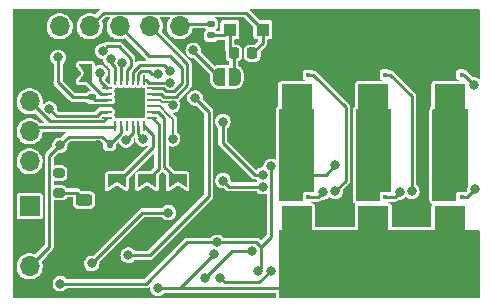
<source format=gbl>
G04 #@! TF.GenerationSoftware,KiCad,Pcbnew,6.0.1-79c1e3a40b~116~ubuntu21.04.1*
G04 #@! TF.CreationDate,2022-02-15T17:28:43-05:00*
G04 #@! TF.ProjectId,ESC_V5,4553435f-5635-42e6-9b69-6361645f7063,rev?*
G04 #@! TF.SameCoordinates,Original*
G04 #@! TF.FileFunction,Copper,L2,Bot*
G04 #@! TF.FilePolarity,Positive*
%FSLAX46Y46*%
G04 Gerber Fmt 4.6, Leading zero omitted, Abs format (unit mm)*
G04 Created by KiCad (PCBNEW 6.0.1-79c1e3a40b~116~ubuntu21.04.1) date 2022-02-15 17:28:43*
%MOMM*%
%LPD*%
G01*
G04 APERTURE LIST*
G04 Aperture macros list*
%AMRoundRect*
0 Rectangle with rounded corners*
0 $1 Rounding radius*
0 $2 $3 $4 $5 $6 $7 $8 $9 X,Y pos of 4 corners*
0 Add a 4 corners polygon primitive as box body*
4,1,4,$2,$3,$4,$5,$6,$7,$8,$9,$2,$3,0*
0 Add four circle primitives for the rounded corners*
1,1,$1+$1,$2,$3*
1,1,$1+$1,$4,$5*
1,1,$1+$1,$6,$7*
1,1,$1+$1,$8,$9*
0 Add four rect primitives between the rounded corners*
20,1,$1+$1,$2,$3,$4,$5,0*
20,1,$1+$1,$4,$5,$6,$7,0*
20,1,$1+$1,$6,$7,$8,$9,0*
20,1,$1+$1,$8,$9,$2,$3,0*%
%AMFreePoly0*
4,1,6,1.000000,0.000000,0.500000,-0.750000,-0.500000,-0.750000,-0.500000,0.750000,0.500000,0.750000,1.000000,0.000000,1.000000,0.000000,$1*%
%AMFreePoly1*
4,1,6,0.500000,-0.750000,-0.650000,-0.750000,-0.150000,0.000000,-0.650000,0.750000,0.500000,0.750000,0.500000,-0.750000,0.500000,-0.750000,$1*%
%AMFreePoly2*
4,1,22,0.500000,-0.750000,0.000000,-0.750000,0.000000,-0.745033,-0.079941,-0.743568,-0.215256,-0.701293,-0.333266,-0.622738,-0.424486,-0.514219,-0.481581,-0.384460,-0.499164,-0.250000,-0.500000,-0.250000,-0.500000,0.250000,-0.499164,0.250000,-0.499963,0.256109,-0.478152,0.396186,-0.417904,0.524511,-0.324060,0.630769,-0.204165,0.706417,-0.067858,0.745374,0.000000,0.744959,0.000000,0.750000,
0.500000,0.750000,0.500000,-0.750000,0.500000,-0.750000,$1*%
%AMFreePoly3*
4,1,20,0.000000,0.744959,0.073905,0.744508,0.209726,0.703889,0.328688,0.626782,0.421226,0.519385,0.479903,0.390333,0.500000,0.250000,0.500000,-0.250000,0.499851,-0.262216,0.476331,-0.402017,0.414519,-0.529596,0.319384,-0.634700,0.198574,-0.708877,0.061801,-0.746166,0.000000,-0.745033,0.000000,-0.750000,-0.500000,-0.750000,-0.500000,0.750000,0.000000,0.750000,0.000000,0.744959,
0.000000,0.744959,$1*%
G04 Aperture macros list end*
G04 #@! TA.AperFunction,SMDPad,CuDef*
%ADD10RoundRect,0.147500X-0.172500X0.147500X-0.172500X-0.147500X0.172500X-0.147500X0.172500X0.147500X0*%
G04 #@! TD*
G04 #@! TA.AperFunction,SMDPad,CuDef*
%ADD11RoundRect,0.147500X-0.147500X-0.172500X0.147500X-0.172500X0.147500X0.172500X-0.147500X0.172500X0*%
G04 #@! TD*
G04 #@! TA.AperFunction,SMDPad,CuDef*
%ADD12RoundRect,0.147500X0.172500X-0.147500X0.172500X0.147500X-0.172500X0.147500X-0.172500X-0.147500X0*%
G04 #@! TD*
G04 #@! TA.AperFunction,SMDPad,CuDef*
%ADD13R,1.100000X1.100000*%
G04 #@! TD*
G04 #@! TA.AperFunction,ComponentPad*
%ADD14R,1.700000X1.700000*%
G04 #@! TD*
G04 #@! TA.AperFunction,ComponentPad*
%ADD15O,1.700000X1.700000*%
G04 #@! TD*
G04 #@! TA.AperFunction,SMDPad,CuDef*
%ADD16FreePoly0,0.000000*%
G04 #@! TD*
G04 #@! TA.AperFunction,SMDPad,CuDef*
%ADD17FreePoly1,0.000000*%
G04 #@! TD*
G04 #@! TA.AperFunction,SMDPad,CuDef*
%ADD18FreePoly0,90.000000*%
G04 #@! TD*
G04 #@! TA.AperFunction,SMDPad,CuDef*
%ADD19FreePoly1,90.000000*%
G04 #@! TD*
G04 #@! TA.AperFunction,SMDPad,CuDef*
%ADD20FreePoly2,180.000000*%
G04 #@! TD*
G04 #@! TA.AperFunction,SMDPad,CuDef*
%ADD21FreePoly3,180.000000*%
G04 #@! TD*
G04 #@! TA.AperFunction,SMDPad,CuDef*
%ADD22RoundRect,0.062500X-0.350000X-0.062500X0.350000X-0.062500X0.350000X0.062500X-0.350000X0.062500X0*%
G04 #@! TD*
G04 #@! TA.AperFunction,SMDPad,CuDef*
%ADD23RoundRect,0.062500X-0.062500X-0.350000X0.062500X-0.350000X0.062500X0.350000X-0.062500X0.350000X0*%
G04 #@! TD*
G04 #@! TA.AperFunction,SMDPad,CuDef*
%ADD24R,2.600000X2.600000*%
G04 #@! TD*
G04 #@! TA.AperFunction,SMDPad,CuDef*
%ADD25R,0.400000X0.400000*%
G04 #@! TD*
G04 #@! TA.AperFunction,SMDPad,CuDef*
%ADD26R,2.650000X2.200000*%
G04 #@! TD*
G04 #@! TA.AperFunction,SMDPad,CuDef*
%ADD27RoundRect,0.218750X0.218750X0.256250X-0.218750X0.256250X-0.218750X-0.256250X0.218750X-0.256250X0*%
G04 #@! TD*
G04 #@! TA.AperFunction,SMDPad,CuDef*
%ADD28RoundRect,0.200000X-0.275000X0.200000X-0.275000X-0.200000X0.275000X-0.200000X0.275000X0.200000X0*%
G04 #@! TD*
G04 #@! TA.AperFunction,SMDPad,CuDef*
%ADD29RoundRect,0.243750X-0.456250X0.243750X-0.456250X-0.243750X0.456250X-0.243750X0.456250X0.243750X0*%
G04 #@! TD*
G04 #@! TA.AperFunction,ViaPad*
%ADD30C,0.800000*%
G04 #@! TD*
G04 #@! TA.AperFunction,Conductor*
%ADD31C,0.250000*%
G04 #@! TD*
G04 #@! TA.AperFunction,Conductor*
%ADD32C,0.200000*%
G04 #@! TD*
G04 APERTURE END LIST*
D10*
X126948000Y-147732000D03*
X126948000Y-148702000D03*
D11*
X127448000Y-151702000D03*
X128418000Y-151702000D03*
D12*
X137000000Y-142485000D03*
X137000000Y-141515000D03*
D13*
X141400000Y-142000000D03*
X138600000Y-142000000D03*
D14*
X121650000Y-145540000D03*
D15*
X121650000Y-148080000D03*
X121650000Y-150620000D03*
X121650000Y-153160000D03*
D14*
X121650000Y-156970000D03*
D15*
X121650000Y-159510000D03*
X121650000Y-162050000D03*
D14*
X121650000Y-141730000D03*
D15*
X124190000Y-141730000D03*
X126730000Y-141730000D03*
X129270000Y-141730000D03*
X131810000Y-141730000D03*
X134350000Y-141730000D03*
D16*
X124998000Y-145702000D03*
D17*
X126448000Y-145702000D03*
D18*
X134168000Y-156213000D03*
D19*
X134168000Y-154763000D03*
D18*
X129025000Y-156213000D03*
D19*
X129025000Y-154763000D03*
D20*
X139000000Y-146000000D03*
D21*
X137700000Y-146000000D03*
D22*
X128170500Y-149452000D03*
X128170500Y-148952000D03*
X128170500Y-148452000D03*
X128170500Y-147952000D03*
X128170500Y-147452000D03*
X128170500Y-146952000D03*
D23*
X128858000Y-146264500D03*
X129358000Y-146264500D03*
X129858000Y-146264500D03*
X130358000Y-146264500D03*
X130858000Y-146264500D03*
X131358000Y-146264500D03*
D22*
X132045500Y-146952000D03*
X132045500Y-147452000D03*
X132045500Y-147952000D03*
X132045500Y-148452000D03*
X132045500Y-148952000D03*
X132045500Y-149452000D03*
D23*
X131358000Y-150139500D03*
X130858000Y-150139500D03*
X130358000Y-150139500D03*
X129858000Y-150139500D03*
X129358000Y-150139500D03*
X128858000Y-150139500D03*
D24*
X130108000Y-148202000D03*
D25*
X144575000Y-156175000D03*
X143275000Y-156175000D03*
X143925000Y-156175000D03*
X145225000Y-156175000D03*
D26*
X144250000Y-158075000D03*
D25*
X145225000Y-159325000D03*
X144575000Y-159325000D03*
X143925000Y-159325000D03*
X143275000Y-159325000D03*
X151075000Y-156175000D03*
X150425000Y-156175000D03*
X149775000Y-156175000D03*
X151725000Y-156175000D03*
D26*
X150750000Y-158075000D03*
D25*
X151075000Y-159325000D03*
X150425000Y-159325000D03*
X149775000Y-159325000D03*
X151725000Y-159325000D03*
X157575000Y-156175000D03*
X156925000Y-156175000D03*
X156275000Y-156175000D03*
X158225000Y-156175000D03*
X158225000Y-159325000D03*
X156925000Y-159325000D03*
D26*
X157250000Y-158075000D03*
D25*
X157575000Y-159325000D03*
X156275000Y-159325000D03*
X144575000Y-145850000D03*
X143275000Y-145850000D03*
X143925000Y-145850000D03*
X145225000Y-145850000D03*
D26*
X144250000Y-147750000D03*
D25*
X143275000Y-149000000D03*
X144575000Y-149000000D03*
X145225000Y-149000000D03*
X143925000Y-149000000D03*
X151075000Y-145835000D03*
X150425000Y-145835000D03*
X149775000Y-145835000D03*
X151725000Y-145835000D03*
X151725000Y-148985000D03*
X151075000Y-148985000D03*
X149775000Y-148985000D03*
X150425000Y-148985000D03*
D26*
X150750000Y-147735000D03*
D25*
X156275000Y-145835000D03*
X157575000Y-145835000D03*
X156925000Y-145835000D03*
X158225000Y-145835000D03*
D26*
X157250000Y-147735000D03*
D25*
X156275000Y-148985000D03*
X157575000Y-148985000D03*
X156925000Y-148985000D03*
X158225000Y-148985000D03*
D27*
X140500000Y-144000000D03*
X138925000Y-144000000D03*
D18*
X131600000Y-156213000D03*
D19*
X131600000Y-154763000D03*
D28*
X124100000Y-154162500D03*
X124100000Y-155812500D03*
D29*
X126250000Y-154562500D03*
X126250000Y-156437500D03*
D30*
X153885000Y-142950000D03*
X129025000Y-156213000D03*
X150900000Y-144600000D03*
X124050000Y-144350000D03*
X147500000Y-153500000D03*
X144300000Y-154300000D03*
X141375000Y-154300000D03*
X138000000Y-149787500D03*
X135500000Y-143750000D03*
X124200000Y-151800000D03*
X141375000Y-155300000D03*
X150800000Y-154300000D03*
X138000000Y-154787500D03*
X142100000Y-153575000D03*
X137524999Y-160024999D03*
X124250000Y-163500000D03*
X141000000Y-162400000D03*
X157300000Y-154200000D03*
X126900000Y-161800000D03*
X133400921Y-157500000D03*
X132500000Y-163900000D03*
X137250000Y-161000000D03*
X123325000Y-148725000D03*
X136500000Y-163000000D03*
X140500000Y-160750000D03*
X142062653Y-162437347D03*
X137750000Y-163000000D03*
X146500000Y-155750000D03*
X153000000Y-155750000D03*
X159375000Y-155500000D03*
X147500000Y-155700000D03*
X154000000Y-155700000D03*
X159300000Y-146700000D03*
X130000000Y-161100000D03*
X135650000Y-147785000D03*
X129490433Y-144799946D03*
X133500000Y-146499503D03*
X128529184Y-144524264D03*
X124100000Y-154162500D03*
X133500000Y-145500000D03*
X127819306Y-143819937D03*
X133750000Y-151250000D03*
X133750000Y-148398034D03*
X132500000Y-145775500D03*
X129814742Y-151329857D03*
X131250000Y-151250000D03*
X127600079Y-145649922D03*
D31*
X150900000Y-145660000D02*
X151075000Y-145835000D01*
X150900000Y-144600000D02*
X150900000Y-145660000D01*
X141400000Y-142000000D02*
X141400000Y-143100000D01*
X127168000Y-147952000D02*
X126948000Y-147732000D01*
X124050000Y-144350000D02*
X124050000Y-146463636D01*
X126730000Y-141730000D02*
X127905001Y-140554999D01*
X125318364Y-147732000D02*
X126948000Y-147732000D01*
X128170500Y-147952000D02*
X127168000Y-147952000D01*
X124050000Y-146463636D02*
X125318364Y-147732000D01*
X139954999Y-140554999D02*
X127905001Y-140554999D01*
X141400000Y-142000000D02*
X139954999Y-140554999D01*
X141400000Y-143100000D02*
X140500000Y-144000000D01*
X140700000Y-154300000D02*
X141375000Y-154300000D01*
X138000000Y-151600000D02*
X140700000Y-154300000D01*
X146700000Y-154300000D02*
X147500000Y-153500000D01*
X143925000Y-148075000D02*
X144250000Y-147750000D01*
X138000000Y-149787500D02*
X138000000Y-151600000D01*
X144300000Y-154300000D02*
X146700000Y-154300000D01*
X143275000Y-155325000D02*
X144300000Y-154300000D01*
X143925000Y-149000000D02*
X143925000Y-148075000D01*
X143275000Y-156175000D02*
X143275000Y-155325000D01*
X124200000Y-151800000D02*
X124943010Y-151056990D01*
X128418000Y-151702000D02*
X129358000Y-150762000D01*
X127791222Y-151056990D02*
X128418000Y-151683768D01*
X124943010Y-151056990D02*
X127791222Y-151056990D01*
X123300480Y-160399520D02*
X123300480Y-152699520D01*
X121650000Y-162050000D02*
X123300480Y-160399520D01*
X128418000Y-151683768D02*
X128418000Y-151702000D01*
X129358000Y-150762000D02*
X129358000Y-150139500D01*
X137700000Y-146000000D02*
X135500000Y-143800000D01*
X135500000Y-143800000D02*
X135500000Y-143750000D01*
X123300480Y-152699520D02*
X124200000Y-151800000D01*
X149775000Y-155325000D02*
X150800000Y-154300000D01*
X149775000Y-155675000D02*
X149775000Y-155375000D01*
X138512503Y-155300003D02*
X140700000Y-155300003D01*
X150425000Y-148060000D02*
X150750000Y-147735000D01*
X149775000Y-155675000D02*
X149775000Y-155325000D01*
X140700003Y-155300000D02*
X140700000Y-155300003D01*
X150425000Y-148985000D02*
X150425000Y-148060000D01*
X149775000Y-156175000D02*
X149775000Y-155675000D01*
X141375000Y-155300000D02*
X140700003Y-155300000D01*
X138000000Y-154787500D02*
X138512503Y-155300003D01*
X134975001Y-160024999D02*
X137524999Y-160024999D01*
X157300000Y-155800000D02*
X156925000Y-156175000D01*
X140848001Y-160024999D02*
X141225001Y-160401999D01*
X134500000Y-160500000D02*
X134975001Y-160024999D01*
X137524999Y-160024999D02*
X140848001Y-160024999D01*
X124250000Y-163500000D02*
X131500000Y-163500000D01*
X156925000Y-148985000D02*
X156925000Y-148060000D01*
X141225001Y-160401999D02*
X141225001Y-162174999D01*
X141225001Y-160401999D02*
X142100000Y-159526998D01*
X131500000Y-163500000D02*
X134500000Y-160500000D01*
X141225001Y-162174999D02*
X141000000Y-162400000D01*
X156925000Y-148060000D02*
X157250000Y-147735000D01*
X157300000Y-154200000D02*
X157300000Y-155800000D01*
X142100000Y-159526998D02*
X142100000Y-153575000D01*
X131200000Y-157500000D02*
X133400921Y-157500000D01*
X126900000Y-161800000D02*
X131200000Y-157500000D01*
X137000000Y-141515000D02*
X136485000Y-141515000D01*
X136485000Y-141515000D02*
X134565000Y-141515000D01*
X136500000Y-141515000D02*
X136485000Y-141515000D01*
X134565000Y-141515000D02*
X134350000Y-141730000D01*
X138115000Y-142485000D02*
X138600000Y-142000000D01*
X138925000Y-145925000D02*
X139000000Y-146000000D01*
X138600000Y-142000000D02*
X138600000Y-143675000D01*
X137000000Y-142485000D02*
X138115000Y-142485000D01*
X138600000Y-143675000D02*
X138925000Y-144000000D01*
X138925000Y-144000000D02*
X138925000Y-145925000D01*
X156925000Y-158400000D02*
X157250000Y-158075000D01*
X150425000Y-158400000D02*
X150750000Y-158075000D01*
X156925000Y-159325000D02*
X156925000Y-158400000D01*
X144700000Y-163900000D02*
X144250000Y-163450000D01*
X134350000Y-163900000D02*
X144700000Y-163900000D01*
X150425000Y-159325000D02*
X150425000Y-158400000D01*
X134350000Y-163900000D02*
X135100000Y-163900000D01*
X137250000Y-161000000D02*
X134350000Y-163900000D01*
X134350000Y-163900000D02*
X132500000Y-163900000D01*
X144250000Y-163450000D02*
X144250000Y-158075000D01*
X122005500Y-150264500D02*
X121650000Y-150620000D01*
X128858000Y-150139500D02*
X128733000Y-150264500D01*
X128733000Y-150264500D02*
X122005500Y-150264500D01*
X127850480Y-149772020D02*
X123342020Y-149772020D01*
X123342020Y-149772020D02*
X121650000Y-148080000D01*
X128170500Y-149452000D02*
X127850480Y-149772020D01*
X133013699Y-147673534D02*
X134032820Y-147673534D01*
X132045500Y-147452000D02*
X132792165Y-147452000D01*
X131810000Y-141730000D02*
X134978177Y-144898177D01*
X134978177Y-146728177D02*
X134978177Y-146478177D01*
X132792165Y-147452000D02*
X133013699Y-147673534D01*
X134032820Y-147673534D02*
X134978177Y-146728177D01*
X134978177Y-144898177D02*
X134978177Y-146478177D01*
X131750000Y-144250000D02*
X131750000Y-144210000D01*
X133199897Y-147224014D02*
X133833300Y-147224014D01*
X133500000Y-144250000D02*
X131750000Y-144250000D01*
X134528657Y-146528657D02*
X134528657Y-145278657D01*
X133833300Y-147224014D02*
X134528657Y-146528657D01*
X132927883Y-146952000D02*
X133199897Y-147224014D01*
X132045500Y-146952000D02*
X132927883Y-146952000D01*
X131750000Y-144210000D02*
X129270000Y-141730000D01*
X134528657Y-145278657D02*
X133500000Y-144250000D01*
X132045500Y-146952000D02*
X132073818Y-146980318D01*
X127686232Y-148952000D02*
X127316222Y-149322010D01*
X127316222Y-149322010D02*
X123922010Y-149322010D01*
X128170500Y-148952000D02*
X128170500Y-148979500D01*
X128170500Y-148979500D02*
X128148010Y-149001990D01*
X123922010Y-149322010D02*
X123325000Y-148725000D01*
X128170500Y-148952000D02*
X127686232Y-148952000D01*
X127709978Y-147452000D02*
X126448000Y-146190022D01*
X126448000Y-146190022D02*
X126448000Y-145702000D01*
X128170500Y-147452000D02*
X127709978Y-147452000D01*
X136500000Y-163000000D02*
X138750000Y-160750000D01*
X138750000Y-160750000D02*
X140500000Y-160750000D01*
X138149999Y-163399999D02*
X137750000Y-163000000D01*
X142062653Y-162437347D02*
X141100001Y-163399999D01*
X141100001Y-163399999D02*
X138149999Y-163399999D01*
X145225000Y-156175000D02*
X146075000Y-156175000D01*
X146075000Y-156175000D02*
X146500000Y-155750000D01*
X151725000Y-156175000D02*
X152575000Y-156175000D01*
X152575000Y-156175000D02*
X153000000Y-155750000D01*
X158700000Y-156175000D02*
X159375000Y-155500000D01*
X158225000Y-156175000D02*
X158700000Y-156175000D01*
X147500000Y-155700000D02*
X148400000Y-154800000D01*
X148400000Y-154800000D02*
X148400000Y-148575000D01*
X148400000Y-148575000D02*
X145675000Y-145850000D01*
X145675000Y-145850000D02*
X145225000Y-145850000D01*
X154000000Y-155700000D02*
X154000000Y-147660000D01*
X152175000Y-145835000D02*
X151725000Y-145835000D01*
X154000000Y-147660000D02*
X152175000Y-145835000D01*
X158225000Y-145835000D02*
X158435000Y-145835000D01*
X158435000Y-145835000D02*
X159300000Y-146700000D01*
X136825011Y-148960011D02*
X136825010Y-156124990D01*
X135650000Y-147785000D02*
X136825011Y-148960011D01*
X136825010Y-156124990D02*
X131850000Y-161100000D01*
X131850000Y-161100000D02*
X130000000Y-161100000D01*
X129358000Y-146264500D02*
X129358000Y-144932379D01*
X129358000Y-144932379D02*
X129490433Y-144799946D01*
X133499503Y-146500000D02*
X133500000Y-146499503D01*
X131750000Y-146500000D02*
X133151655Y-146500000D01*
X131358000Y-146264500D02*
X131358000Y-146142000D01*
X133151655Y-146500000D02*
X133499503Y-146500000D01*
X131514500Y-146264500D02*
X131750000Y-146500000D01*
X131358000Y-146264500D02*
X131514500Y-146264500D01*
X128858000Y-145154424D02*
X128845576Y-145154424D01*
X128529184Y-144838032D02*
X128529184Y-144524264D01*
X128845576Y-145154424D02*
X128529184Y-144838032D01*
X128858000Y-146264500D02*
X128858000Y-145154424D01*
X125625000Y-155812500D02*
X126250000Y-156437500D01*
X124100000Y-155812500D02*
X125625000Y-155812500D01*
X130950710Y-145000000D02*
X133000000Y-145000000D01*
X130358000Y-145592710D02*
X130950710Y-145000000D01*
X130358000Y-146264500D02*
X130358000Y-145592710D01*
X133000000Y-145000000D02*
X133500000Y-145500000D01*
X134168000Y-154763000D02*
X133025020Y-153620020D01*
X133025020Y-153620020D02*
X133025020Y-149470998D01*
X133025020Y-149470998D02*
X132506022Y-148952000D01*
X132506022Y-148952000D02*
X132045500Y-148952000D01*
X132575010Y-149981510D02*
X132045500Y-149452000D01*
X131600000Y-154763000D02*
X132575010Y-153787990D01*
X132575010Y-153787990D02*
X132575010Y-149981510D01*
X129310002Y-154763000D02*
X129025000Y-154763000D01*
X132125001Y-151948001D02*
X129310002Y-154763000D01*
X132125001Y-150906501D02*
X132125001Y-151948001D01*
X131358000Y-150139500D02*
X132125001Y-150906501D01*
X129858000Y-145456993D02*
X130215434Y-145099559D01*
X129858000Y-146264500D02*
X129858000Y-145456993D01*
X127819306Y-143819937D02*
X128219305Y-143419938D01*
X129858000Y-145642000D02*
X129858000Y-146264500D01*
X128219305Y-143419938D02*
X129183427Y-143419938D01*
X130215434Y-145099559D02*
X130215434Y-144534566D01*
X129183427Y-143419938D02*
X130215434Y-144451945D01*
D32*
X133469869Y-149280131D02*
X133750000Y-149560262D01*
X133750000Y-149560262D02*
X133750000Y-151250000D01*
X132641739Y-148452000D02*
X132045500Y-148452000D01*
X133469869Y-149280131D02*
X133750000Y-149560261D01*
X132641739Y-148452000D02*
X133469869Y-149280131D01*
X133450019Y-148098053D02*
X133750000Y-148398034D01*
X132837856Y-148098053D02*
X133450019Y-148098053D01*
X132691803Y-147952000D02*
X132837856Y-148098053D01*
X132045500Y-147952000D02*
X132691803Y-147952000D01*
D31*
X132025500Y-145775500D02*
X132500000Y-145775500D01*
X131086428Y-145500000D02*
X131750000Y-145500000D01*
X131750000Y-145500000D02*
X132025500Y-145775500D01*
X130858000Y-145728428D02*
X131086428Y-145500000D01*
X130858000Y-146264500D02*
X130858000Y-145728428D01*
X130358000Y-150139500D02*
X130358000Y-150786599D01*
X130358000Y-150786599D02*
X129814742Y-151329857D01*
X130858000Y-150858000D02*
X131250000Y-151250000D01*
X130858000Y-150139500D02*
X130858000Y-150858000D01*
X127600079Y-145649922D02*
X127600079Y-146381579D01*
X127600079Y-146381579D02*
X128170500Y-146952000D01*
G04 #@! TA.AperFunction,Conductor*
G36*
X158735648Y-148764352D02*
G01*
X158750000Y-148799000D01*
X158750000Y-155286451D01*
X158746653Y-155304250D01*
X158734455Y-155335536D01*
X158713714Y-155493075D01*
X158714038Y-155496009D01*
X158723927Y-155585581D01*
X158713464Y-155621595D01*
X158709871Y-155625606D01*
X158599683Y-155735795D01*
X158565035Y-155750147D01*
X158537811Y-155741888D01*
X158529095Y-155736064D01*
X158529093Y-155736063D01*
X158525081Y-155733382D01*
X158476112Y-155723642D01*
X158452617Y-155718968D01*
X158452615Y-155718968D01*
X158450263Y-155718500D01*
X158447860Y-155718500D01*
X158225001Y-155718501D01*
X157999738Y-155718501D01*
X157997387Y-155718969D01*
X157997383Y-155718969D01*
X157949500Y-155728493D01*
X157924919Y-155733382D01*
X157920908Y-155736062D01*
X157920906Y-155736063D01*
X157878752Y-155764230D01*
X157840074Y-155790074D01*
X157783382Y-155874919D01*
X157768500Y-155949737D01*
X157768501Y-156400262D01*
X157768970Y-156402619D01*
X157776691Y-156441442D01*
X157769373Y-156478224D01*
X157738190Y-156499059D01*
X157728632Y-156500000D01*
X155799000Y-156500000D01*
X155764352Y-156485648D01*
X155750000Y-156451000D01*
X155750000Y-148799000D01*
X155764352Y-148764352D01*
X155799000Y-148750000D01*
X158701000Y-148750000D01*
X158735648Y-148764352D01*
G37*
G04 #@! TD.AperFunction*
G04 #@! TA.AperFunction,Conductor*
G36*
X152235648Y-148764352D02*
G01*
X152250000Y-148799000D01*
X152250000Y-155744500D01*
X152235648Y-155779148D01*
X152201000Y-155793500D01*
X152129917Y-155793500D01*
X152102694Y-155785242D01*
X152029094Y-155736063D01*
X152029092Y-155736062D01*
X152025081Y-155733382D01*
X151976112Y-155723642D01*
X151952617Y-155718968D01*
X151952615Y-155718968D01*
X151950263Y-155718500D01*
X151947860Y-155718500D01*
X151725001Y-155718501D01*
X151499738Y-155718501D01*
X151497387Y-155718969D01*
X151497383Y-155718969D01*
X151449500Y-155728493D01*
X151424919Y-155733382D01*
X151420908Y-155736062D01*
X151420906Y-155736063D01*
X151356741Y-155778938D01*
X151340074Y-155790074D01*
X151283382Y-155874919D01*
X151268500Y-155949737D01*
X151268501Y-156400262D01*
X151268970Y-156402619D01*
X151276691Y-156441442D01*
X151269373Y-156478224D01*
X151238190Y-156499059D01*
X151228632Y-156500000D01*
X149299000Y-156500000D01*
X149264352Y-156485648D01*
X149250000Y-156451000D01*
X149250000Y-148799000D01*
X149264352Y-148764352D01*
X149299000Y-148750000D01*
X152201000Y-148750000D01*
X152235648Y-148764352D01*
G37*
G04 #@! TD.AperFunction*
G04 #@! TA.AperFunction,Conductor*
G36*
X145735648Y-148764352D02*
G01*
X145750000Y-148799000D01*
X145750000Y-155744500D01*
X145735648Y-155779148D01*
X145701000Y-155793500D01*
X145629917Y-155793500D01*
X145602694Y-155785242D01*
X145529094Y-155736063D01*
X145529092Y-155736062D01*
X145525081Y-155733382D01*
X145476112Y-155723642D01*
X145452617Y-155718968D01*
X145452615Y-155718968D01*
X145450263Y-155718500D01*
X145447860Y-155718500D01*
X145225001Y-155718501D01*
X144999738Y-155718501D01*
X144997387Y-155718969D01*
X144997383Y-155718969D01*
X144949500Y-155728493D01*
X144924919Y-155733382D01*
X144920908Y-155736062D01*
X144920906Y-155736063D01*
X144856741Y-155778938D01*
X144840074Y-155790074D01*
X144783382Y-155874919D01*
X144768500Y-155949737D01*
X144768501Y-156400262D01*
X144768970Y-156402619D01*
X144776691Y-156441442D01*
X144769373Y-156478224D01*
X144738190Y-156499059D01*
X144728632Y-156500000D01*
X142799000Y-156500000D01*
X142764352Y-156485648D01*
X142750000Y-156451000D01*
X142750000Y-153670852D01*
X142750489Y-153663948D01*
X142760950Y-153590442D01*
X142761177Y-153588850D01*
X142761322Y-153575000D01*
X142750355Y-153484376D01*
X142750000Y-153478489D01*
X142750000Y-148799000D01*
X142764352Y-148764352D01*
X142799000Y-148750000D01*
X145701000Y-148750000D01*
X145735648Y-148764352D01*
G37*
G04 #@! TD.AperFunction*
G04 #@! TA.AperFunction,Conductor*
G36*
X159729648Y-159014352D02*
G01*
X159744000Y-159049000D01*
X159744000Y-164695000D01*
X159729648Y-164729648D01*
X159695000Y-164744000D01*
X142799000Y-164744000D01*
X142764352Y-164729648D01*
X142750000Y-164695000D01*
X142750000Y-159049000D01*
X142764352Y-159014352D01*
X142799000Y-159000000D01*
X159695000Y-159000000D01*
X159729648Y-159014352D01*
G37*
G04 #@! TD.AperFunction*
G04 #@! TA.AperFunction,Conductor*
G36*
X127580830Y-140270352D02*
G01*
X127595182Y-140305000D01*
X127580830Y-140339648D01*
X127218794Y-140701684D01*
X127184146Y-140716036D01*
X127165989Y-140712548D01*
X127047695Y-140665353D01*
X127047693Y-140665352D01*
X127045609Y-140664521D01*
X127043408Y-140664083D01*
X127043404Y-140664082D01*
X126848360Y-140625285D01*
X126848356Y-140625285D01*
X126846156Y-140624847D01*
X126752931Y-140623627D01*
X126645061Y-140622215D01*
X126645056Y-140622215D01*
X126642813Y-140622186D01*
X126640596Y-140622567D01*
X126640595Y-140622567D01*
X126578382Y-140633257D01*
X126442390Y-140656625D01*
X126440286Y-140657401D01*
X126440283Y-140657402D01*
X126253707Y-140726233D01*
X126253704Y-140726234D01*
X126251599Y-140727011D01*
X126249671Y-140728158D01*
X126249669Y-140728159D01*
X126078761Y-140829839D01*
X126076830Y-140830988D01*
X125923935Y-140965073D01*
X125922550Y-140966829D01*
X125922546Y-140966834D01*
X125799426Y-141123011D01*
X125799423Y-141123015D01*
X125798036Y-141124775D01*
X125703348Y-141304747D01*
X125702681Y-141306895D01*
X125690568Y-141345906D01*
X125643043Y-141498960D01*
X125619141Y-141700911D01*
X125632441Y-141903836D01*
X125665663Y-142034648D01*
X125680825Y-142094347D01*
X125682499Y-142100940D01*
X125683435Y-142102970D01*
X125683437Y-142102976D01*
X125733284Y-142211101D01*
X125767638Y-142285620D01*
X125885006Y-142451693D01*
X125886610Y-142453256D01*
X125886613Y-142453259D01*
X125949009Y-142514042D01*
X126030674Y-142593596D01*
X126032536Y-142594840D01*
X126032537Y-142594841D01*
X126136481Y-142664294D01*
X126199762Y-142706577D01*
X126386608Y-142786852D01*
X126388800Y-142787348D01*
X126582764Y-142831238D01*
X126582770Y-142831239D01*
X126584954Y-142831733D01*
X126670725Y-142835103D01*
X126785911Y-142839629D01*
X126785914Y-142839629D01*
X126788158Y-142839717D01*
X126790377Y-142839395D01*
X126790382Y-142839395D01*
X126888786Y-142825127D01*
X126989414Y-142810536D01*
X126991536Y-142809816D01*
X126991539Y-142809815D01*
X127091077Y-142776026D01*
X127181982Y-142745168D01*
X127207433Y-142730915D01*
X127357451Y-142646901D01*
X127357453Y-142646900D01*
X127359413Y-142645802D01*
X127515765Y-142515765D01*
X127645802Y-142359413D01*
X127674803Y-142307629D01*
X127744072Y-142183939D01*
X127745168Y-142181982D01*
X127810536Y-141989414D01*
X127827406Y-141873065D01*
X127839510Y-141789588D01*
X127839510Y-141789582D01*
X127839717Y-141788158D01*
X127841240Y-141730000D01*
X127837959Y-141694295D01*
X127822838Y-141529730D01*
X127822837Y-141529725D01*
X127822632Y-141527493D01*
X127773886Y-141354651D01*
X127768044Y-141333936D01*
X127768043Y-141333933D01*
X127767432Y-141331767D01*
X127766437Y-141329749D01*
X127766435Y-141329744D01*
X127750042Y-141296501D01*
X127747590Y-141259079D01*
X127759341Y-141240182D01*
X128048672Y-140950851D01*
X128083320Y-140936499D01*
X128385436Y-140936499D01*
X128420084Y-140950851D01*
X128434436Y-140985499D01*
X128423917Y-141015835D01*
X128339426Y-141123011D01*
X128339423Y-141123015D01*
X128338036Y-141124775D01*
X128243348Y-141304747D01*
X128242681Y-141306895D01*
X128230568Y-141345906D01*
X128183043Y-141498960D01*
X128159141Y-141700911D01*
X128172441Y-141903836D01*
X128205663Y-142034648D01*
X128220825Y-142094347D01*
X128222499Y-142100940D01*
X128223435Y-142102970D01*
X128223437Y-142102976D01*
X128273284Y-142211101D01*
X128307638Y-142285620D01*
X128425006Y-142451693D01*
X128426610Y-142453256D01*
X128426613Y-142453259D01*
X128489009Y-142514042D01*
X128570674Y-142593596D01*
X128572536Y-142594840D01*
X128572537Y-142594841D01*
X128676481Y-142664294D01*
X128739762Y-142706577D01*
X128926608Y-142786852D01*
X128928800Y-142787348D01*
X129122764Y-142831238D01*
X129122770Y-142831239D01*
X129124954Y-142831733D01*
X129210725Y-142835103D01*
X129325911Y-142839629D01*
X129325914Y-142839629D01*
X129328158Y-142839717D01*
X129330377Y-142839395D01*
X129330382Y-142839395D01*
X129428786Y-142825127D01*
X129529414Y-142810536D01*
X129531536Y-142809816D01*
X129531539Y-142809815D01*
X129710796Y-142748965D01*
X129748219Y-142751418D01*
X129761195Y-142760717D01*
X131382798Y-144382320D01*
X131393120Y-144397509D01*
X131394060Y-144399681D01*
X131395035Y-144403607D01*
X131397229Y-144407005D01*
X131420314Y-144442757D01*
X131422270Y-144446066D01*
X131444388Y-144487057D01*
X131447362Y-144489806D01*
X131451080Y-144493243D01*
X131458981Y-144502641D01*
X131463929Y-144510304D01*
X131477704Y-144521163D01*
X131490206Y-144531019D01*
X131508531Y-144563741D01*
X131498352Y-144599835D01*
X131465630Y-144618160D01*
X131459871Y-144618500D01*
X130996652Y-144618500D01*
X130986339Y-144617402D01*
X130972894Y-144614507D01*
X130972892Y-144614507D01*
X130968930Y-144613654D01*
X130930859Y-144618160D01*
X130925100Y-144618500D01*
X130919018Y-144618500D01*
X130917029Y-144618831D01*
X130917030Y-144618831D01*
X130898076Y-144621986D01*
X130895789Y-144622311D01*
X130853502Y-144627316D01*
X130842803Y-144628582D01*
X130839154Y-144630334D01*
X130835261Y-144631465D01*
X130835216Y-144631311D01*
X130833202Y-144631948D01*
X130833254Y-144632101D01*
X130829423Y-144633413D01*
X130825427Y-144634078D01*
X130778464Y-144659418D01*
X130776463Y-144660438D01*
X130728313Y-144683559D01*
X130724018Y-144687169D01*
X130724012Y-144687162D01*
X130720287Y-144689812D01*
X130720418Y-144689981D01*
X130717213Y-144692467D01*
X130713653Y-144694388D01*
X130710908Y-144697358D01*
X130710905Y-144697360D01*
X130681916Y-144728721D01*
X130647858Y-144744422D01*
X130612673Y-144731442D01*
X130596934Y-144695460D01*
X130596934Y-144502874D01*
X130596859Y-144502423D01*
X130597734Y-144488954D01*
X130600926Y-144474129D01*
X130600926Y-144474127D01*
X130601779Y-144470165D01*
X130589408Y-144365631D01*
X130587329Y-144348064D01*
X130587328Y-144348062D01*
X130586852Y-144344037D01*
X130584986Y-144340150D01*
X130566932Y-144302555D01*
X130531874Y-144229547D01*
X130528264Y-144225253D01*
X129485674Y-143182663D01*
X129479157Y-143174594D01*
X129471694Y-143163035D01*
X129469498Y-143159634D01*
X129439393Y-143135901D01*
X129435081Y-143132069D01*
X129430779Y-143127767D01*
X129429132Y-143126590D01*
X129413502Y-143115420D01*
X129411657Y-143114035D01*
X129387020Y-143094613D01*
X129369757Y-143081004D01*
X129365936Y-143079662D01*
X129362386Y-143077710D01*
X129362462Y-143077571D01*
X129360583Y-143076595D01*
X129360513Y-143076739D01*
X129356880Y-143074959D01*
X129353584Y-143072604D01*
X129302471Y-143057318D01*
X129300275Y-143056604D01*
X129285026Y-143051249D01*
X129249925Y-143038922D01*
X129244425Y-143038446D01*
X129244421Y-143038445D01*
X129244336Y-143038438D01*
X129244337Y-143038431D01*
X129239830Y-143037672D01*
X129239804Y-143037881D01*
X129235782Y-143037373D01*
X129231903Y-143036213D01*
X129227855Y-143036372D01*
X129176248Y-143038400D01*
X129174324Y-143038438D01*
X128265243Y-143038438D01*
X128254939Y-143037342D01*
X128237525Y-143033593D01*
X128199460Y-143038098D01*
X128193701Y-143038438D01*
X128187613Y-143038438D01*
X128166642Y-143041928D01*
X128164397Y-143042247D01*
X128111398Y-143048520D01*
X128107749Y-143050272D01*
X128103856Y-143051403D01*
X128103811Y-143051249D01*
X128101797Y-143051886D01*
X128101849Y-143052039D01*
X128098018Y-143053351D01*
X128094022Y-143054016D01*
X128061723Y-143071444D01*
X128047065Y-143079353D01*
X128045019Y-143080395D01*
X127996907Y-143103498D01*
X127992613Y-143107108D01*
X127992608Y-143107102D01*
X127988883Y-143109754D01*
X127989012Y-143109921D01*
X127985812Y-143112403D01*
X127982248Y-143114326D01*
X127979501Y-143117298D01*
X127979498Y-143117300D01*
X127949718Y-143149517D01*
X127915660Y-143165218D01*
X127907598Y-143164870D01*
X127905055Y-143164549D01*
X127902192Y-143163830D01*
X127822313Y-143163412D01*
X127746249Y-143163013D01*
X127746245Y-143163013D01*
X127743296Y-143162998D01*
X127740427Y-143163687D01*
X127740425Y-143163687D01*
X127661385Y-143182663D01*
X127588788Y-143200092D01*
X127583090Y-143203033D01*
X127455968Y-143268645D01*
X127447588Y-143272970D01*
X127327848Y-143377426D01*
X127326150Y-143379841D01*
X127326149Y-143379843D01*
X127307038Y-143407036D01*
X127236481Y-143507429D01*
X127178761Y-143655473D01*
X127172886Y-143700095D01*
X127159000Y-143805572D01*
X127158020Y-143813012D01*
X127175457Y-143970950D01*
X127230064Y-144120171D01*
X127231709Y-144122619D01*
X127300677Y-144225253D01*
X127318689Y-144252058D01*
X127436215Y-144358999D01*
X127438808Y-144360407D01*
X127438811Y-144360409D01*
X127521396Y-144405249D01*
X127575857Y-144434819D01*
X127729554Y-144475140D01*
X127820279Y-144476565D01*
X127854696Y-144491459D01*
X127868212Y-144520182D01*
X127885335Y-144675277D01*
X127939942Y-144824498D01*
X127941587Y-144826946D01*
X128024039Y-144949646D01*
X128028567Y-144956385D01*
X128146093Y-145063326D01*
X128148686Y-145064734D01*
X128148689Y-145064736D01*
X128249344Y-145119387D01*
X128285142Y-145138824D01*
X128285735Y-145139146D01*
X128285708Y-145139196D01*
X128300624Y-145148994D01*
X128462148Y-145310519D01*
X128476500Y-145345167D01*
X128476500Y-146521500D01*
X128462148Y-146556148D01*
X128427500Y-146570500D01*
X128348818Y-146570500D01*
X128314170Y-146556148D01*
X127999607Y-146241584D01*
X127985255Y-146206936D01*
X127999607Y-146172288D01*
X128002419Y-146169688D01*
X128086876Y-146097555D01*
X128179600Y-145968516D01*
X128238867Y-145821085D01*
X128261256Y-145663772D01*
X128261401Y-145649922D01*
X128242311Y-145492175D01*
X128240608Y-145487666D01*
X128187190Y-145346299D01*
X128187189Y-145346298D01*
X128186145Y-145343534D01*
X128096144Y-145212582D01*
X128093939Y-145210617D01*
X128093936Y-145210614D01*
X127979714Y-145108847D01*
X127977504Y-145106878D01*
X127837076Y-145032525D01*
X127682965Y-144993815D01*
X127602238Y-144993392D01*
X127527022Y-144992998D01*
X127527018Y-144992998D01*
X127524069Y-144992983D01*
X127521200Y-144993672D01*
X127521198Y-144993672D01*
X127396760Y-145023547D01*
X127369561Y-145030077D01*
X127288658Y-145071834D01*
X127280999Y-145075787D01*
X127243627Y-145078925D01*
X127214983Y-145054719D01*
X127209525Y-145032245D01*
X127209525Y-144952000D01*
X127207958Y-144944119D01*
X127196708Y-144887565D01*
X127189618Y-144851919D01*
X127184604Y-144844414D01*
X127135606Y-144771085D01*
X127132926Y-144767074D01*
X127086412Y-144735994D01*
X127052094Y-144713063D01*
X127052092Y-144713062D01*
X127048081Y-144710382D01*
X126973062Y-144695460D01*
X126950354Y-144690943D01*
X126950352Y-144690943D01*
X126948000Y-144690475D01*
X125798000Y-144690475D01*
X125796820Y-144690591D01*
X125796812Y-144690591D01*
X125750837Y-144695095D01*
X125750835Y-144695096D01*
X125747247Y-144695447D01*
X125696258Y-144716505D01*
X125659952Y-144731499D01*
X125652932Y-144734398D01*
X125580702Y-144806477D01*
X125578852Y-144810930D01*
X125554936Y-144868500D01*
X125541554Y-144900711D01*
X125541549Y-144905538D01*
X125541457Y-144993672D01*
X125541447Y-145002753D01*
X125554199Y-145033631D01*
X125569977Y-145071834D01*
X125580398Y-145097068D01*
X125965566Y-145674820D01*
X125972844Y-145711610D01*
X125965566Y-145729180D01*
X125580398Y-146306932D01*
X125556382Y-146351919D01*
X125555679Y-146355453D01*
X125543298Y-146417698D01*
X125536475Y-146452000D01*
X125556382Y-146552081D01*
X125559062Y-146556092D01*
X125559063Y-146556094D01*
X125588612Y-146600317D01*
X125613074Y-146636926D01*
X125617085Y-146639606D01*
X125693906Y-146690937D01*
X125693908Y-146690938D01*
X125697919Y-146693618D01*
X125763381Y-146706639D01*
X125795646Y-146713057D01*
X125795648Y-146713057D01*
X125798000Y-146713525D01*
X126411685Y-146713525D01*
X126446333Y-146727877D01*
X126815308Y-147096853D01*
X126829660Y-147131501D01*
X126815308Y-147166149D01*
X126780660Y-147180501D01*
X126743706Y-147180501D01*
X126649101Y-147195484D01*
X126645665Y-147197235D01*
X126645664Y-147197235D01*
X126538513Y-147251831D01*
X126538512Y-147251832D01*
X126535075Y-147253583D01*
X126452510Y-147336148D01*
X126417862Y-147350500D01*
X125496683Y-147350500D01*
X125462035Y-147336148D01*
X124445852Y-146319965D01*
X124431500Y-146285317D01*
X124431500Y-144910154D01*
X124445852Y-144875506D01*
X124448670Y-144872900D01*
X124536797Y-144797633D01*
X124588617Y-144725518D01*
X124627796Y-144670995D01*
X124627797Y-144670993D01*
X124629521Y-144668594D01*
X124688788Y-144521163D01*
X124711177Y-144363850D01*
X124711322Y-144350000D01*
X124692232Y-144192253D01*
X124690800Y-144188461D01*
X124637111Y-144046377D01*
X124637110Y-144046376D01*
X124636066Y-144043612D01*
X124546065Y-143912660D01*
X124543860Y-143910695D01*
X124543857Y-143910692D01*
X124429635Y-143808925D01*
X124427425Y-143806956D01*
X124286997Y-143732603D01*
X124132886Y-143693893D01*
X124052159Y-143693470D01*
X123976943Y-143693076D01*
X123976939Y-143693076D01*
X123973990Y-143693061D01*
X123971121Y-143693750D01*
X123971119Y-143693750D01*
X123908936Y-143708679D01*
X123819482Y-143730155D01*
X123816854Y-143731511D01*
X123816855Y-143731511D01*
X123707519Y-143787943D01*
X123678282Y-143803033D01*
X123558542Y-143907489D01*
X123556844Y-143909904D01*
X123556843Y-143909906D01*
X123553195Y-143915097D01*
X123467175Y-144037492D01*
X123466104Y-144040240D01*
X123466102Y-144040243D01*
X123436020Y-144117400D01*
X123409455Y-144185536D01*
X123403661Y-144229547D01*
X123395640Y-144290472D01*
X123388714Y-144343075D01*
X123406151Y-144501013D01*
X123460758Y-144650234D01*
X123462403Y-144652682D01*
X123543183Y-144772894D01*
X123549383Y-144782121D01*
X123551562Y-144784103D01*
X123551563Y-144784105D01*
X123652478Y-144875931D01*
X123668500Y-144912173D01*
X123668500Y-146417698D01*
X123667404Y-146428002D01*
X123663655Y-146445416D01*
X123665982Y-146465074D01*
X123668160Y-146483481D01*
X123668500Y-146489240D01*
X123668500Y-146495328D01*
X123671990Y-146516299D01*
X123672309Y-146518544D01*
X123678582Y-146571543D01*
X123680334Y-146575192D01*
X123681465Y-146579085D01*
X123681311Y-146579130D01*
X123681948Y-146581144D01*
X123682101Y-146581092D01*
X123683413Y-146584923D01*
X123684078Y-146588919D01*
X123686002Y-146592484D01*
X123709415Y-146635876D01*
X123710457Y-146637922D01*
X123733560Y-146686034D01*
X123737112Y-146690259D01*
X123737170Y-146690328D01*
X123737164Y-146690333D01*
X123739816Y-146694058D01*
X123739983Y-146693929D01*
X123742464Y-146697128D01*
X123744388Y-146700693D01*
X123747363Y-146703443D01*
X123785307Y-146738518D01*
X123786694Y-146739852D01*
X125016114Y-147969272D01*
X125022631Y-147977341D01*
X125030094Y-147988900D01*
X125030098Y-147988904D01*
X125032293Y-147992304D01*
X125035473Y-147994811D01*
X125035474Y-147994812D01*
X125062403Y-148016041D01*
X125066715Y-148019873D01*
X125071013Y-148024171D01*
X125072654Y-148025343D01*
X125072659Y-148025348D01*
X125088268Y-148036502D01*
X125090114Y-148037887D01*
X125132034Y-148070934D01*
X125135856Y-148072276D01*
X125139403Y-148074226D01*
X125139325Y-148074368D01*
X125141204Y-148075344D01*
X125141275Y-148075199D01*
X125144914Y-148076982D01*
X125148207Y-148079335D01*
X125152084Y-148080494D01*
X125152085Y-148080495D01*
X125199321Y-148094621D01*
X125201518Y-148095335D01*
X125251866Y-148113016D01*
X125257366Y-148113492D01*
X125257370Y-148113493D01*
X125257455Y-148113500D01*
X125257454Y-148113507D01*
X125261962Y-148114266D01*
X125261988Y-148114057D01*
X125266010Y-148114565D01*
X125269889Y-148115725D01*
X125273937Y-148115566D01*
X125325555Y-148113538D01*
X125327479Y-148113500D01*
X126417862Y-148113500D01*
X126452510Y-148127852D01*
X126535075Y-148210417D01*
X126538512Y-148212168D01*
X126538513Y-148212169D01*
X126624574Y-148256019D01*
X126649101Y-148268516D01*
X126743705Y-148283500D01*
X126769230Y-148283500D01*
X126956945Y-148283499D01*
X126979626Y-148289323D01*
X126981670Y-148290934D01*
X126985493Y-148292277D01*
X126989042Y-148294228D01*
X126988966Y-148294367D01*
X126990844Y-148295343D01*
X126990914Y-148295199D01*
X126994547Y-148296979D01*
X126997843Y-148299334D01*
X127001722Y-148300494D01*
X127048956Y-148314620D01*
X127051152Y-148315334D01*
X127101502Y-148333016D01*
X127107002Y-148333492D01*
X127107006Y-148333493D01*
X127107091Y-148333500D01*
X127107090Y-148333507D01*
X127111597Y-148334266D01*
X127111623Y-148334057D01*
X127115645Y-148334565D01*
X127119524Y-148335725D01*
X127123572Y-148335566D01*
X127175179Y-148333538D01*
X127177103Y-148333500D01*
X128557880Y-148333500D01*
X128604337Y-148327384D01*
X128607732Y-148325801D01*
X128607735Y-148325800D01*
X128692264Y-148286383D01*
X128706293Y-148279841D01*
X128785841Y-148200293D01*
X128797263Y-148175799D01*
X128831800Y-148101735D01*
X128831801Y-148101732D01*
X128833384Y-148098337D01*
X128839500Y-148051880D01*
X128839500Y-147852120D01*
X128833384Y-147805663D01*
X128831801Y-147802268D01*
X128831800Y-147802265D01*
X128794701Y-147722708D01*
X128793065Y-147685241D01*
X128794701Y-147681292D01*
X128807080Y-147654747D01*
X128813887Y-147640149D01*
X128831800Y-147601735D01*
X128831801Y-147601732D01*
X128833384Y-147598337D01*
X128839500Y-147551880D01*
X128839500Y-147352120D01*
X128833384Y-147305663D01*
X128831801Y-147302268D01*
X128831800Y-147302265D01*
X128802327Y-147239062D01*
X128794701Y-147222707D01*
X128793065Y-147185241D01*
X128794701Y-147181292D01*
X128794930Y-147180802D01*
X128809330Y-147149920D01*
X128831800Y-147101735D01*
X128831801Y-147101732D01*
X128833384Y-147098337D01*
X128839500Y-147051880D01*
X128839500Y-146982500D01*
X128853852Y-146947852D01*
X128888500Y-146933500D01*
X128957880Y-146933500D01*
X129004337Y-146927384D01*
X129007732Y-146925801D01*
X129007735Y-146925800D01*
X129074951Y-146894456D01*
X129087293Y-146888701D01*
X129124759Y-146887065D01*
X129128702Y-146888698D01*
X129141049Y-146894456D01*
X129208265Y-146925800D01*
X129208268Y-146925801D01*
X129211663Y-146927384D01*
X129258120Y-146933500D01*
X129457880Y-146933500D01*
X129504337Y-146927384D01*
X129507732Y-146925801D01*
X129507735Y-146925800D01*
X129574951Y-146894456D01*
X129587293Y-146888701D01*
X129624759Y-146887065D01*
X129628702Y-146888698D01*
X129641049Y-146894456D01*
X129708265Y-146925800D01*
X129708268Y-146925801D01*
X129711663Y-146927384D01*
X129758120Y-146933500D01*
X129957880Y-146933500D01*
X130004337Y-146927384D01*
X130007732Y-146925801D01*
X130007735Y-146925800D01*
X130074951Y-146894456D01*
X130087293Y-146888701D01*
X130124759Y-146887065D01*
X130128702Y-146888698D01*
X130141049Y-146894456D01*
X130208265Y-146925800D01*
X130208268Y-146925801D01*
X130211663Y-146927384D01*
X130258120Y-146933500D01*
X130457880Y-146933500D01*
X130504337Y-146927384D01*
X130507732Y-146925801D01*
X130507735Y-146925800D01*
X130574951Y-146894456D01*
X130587293Y-146888701D01*
X130624759Y-146887065D01*
X130628702Y-146888698D01*
X130641049Y-146894456D01*
X130708265Y-146925800D01*
X130708268Y-146925801D01*
X130711663Y-146927384D01*
X130758120Y-146933500D01*
X130957880Y-146933500D01*
X131004337Y-146927384D01*
X131007732Y-146925801D01*
X131007735Y-146925800D01*
X131074951Y-146894456D01*
X131087293Y-146888701D01*
X131124759Y-146887065D01*
X131128702Y-146888698D01*
X131141049Y-146894456D01*
X131208265Y-146925800D01*
X131208268Y-146925801D01*
X131211663Y-146927384D01*
X131258120Y-146933500D01*
X131327500Y-146933500D01*
X131362148Y-146947852D01*
X131376500Y-146982500D01*
X131376500Y-147051880D01*
X131382616Y-147098337D01*
X131384199Y-147101732D01*
X131384200Y-147101735D01*
X131406670Y-147149920D01*
X131421071Y-147180802D01*
X131421299Y-147181292D01*
X131422935Y-147218759D01*
X131421302Y-147222702D01*
X131413673Y-147239062D01*
X131384200Y-147302265D01*
X131384199Y-147302268D01*
X131382616Y-147305663D01*
X131376500Y-147352120D01*
X131376500Y-147551880D01*
X131382616Y-147598337D01*
X131384199Y-147601732D01*
X131384200Y-147601735D01*
X131402113Y-147640149D01*
X131408921Y-147654747D01*
X131421299Y-147681292D01*
X131422935Y-147718759D01*
X131421299Y-147722708D01*
X131384200Y-147802265D01*
X131384199Y-147802268D01*
X131382616Y-147805663D01*
X131376500Y-147852120D01*
X131376500Y-148051880D01*
X131382616Y-148098337D01*
X131384199Y-148101732D01*
X131384200Y-148101735D01*
X131421299Y-148181292D01*
X131422935Y-148218759D01*
X131421302Y-148222702D01*
X131407831Y-148251589D01*
X131384200Y-148302265D01*
X131384199Y-148302268D01*
X131382616Y-148305663D01*
X131376500Y-148352120D01*
X131376500Y-148551880D01*
X131382616Y-148598337D01*
X131384199Y-148601732D01*
X131384200Y-148601735D01*
X131403303Y-148642700D01*
X131414347Y-148666383D01*
X131421299Y-148681292D01*
X131422935Y-148718759D01*
X131421302Y-148722702D01*
X131413772Y-148738850D01*
X131384200Y-148802265D01*
X131384199Y-148802268D01*
X131382616Y-148805663D01*
X131376500Y-148852120D01*
X131376500Y-149051880D01*
X131382616Y-149098337D01*
X131384199Y-149101732D01*
X131384200Y-149101735D01*
X131397995Y-149131318D01*
X131421274Y-149181238D01*
X131421299Y-149181292D01*
X131422935Y-149218759D01*
X131421299Y-149222708D01*
X131384200Y-149302265D01*
X131384199Y-149302268D01*
X131382616Y-149305663D01*
X131376500Y-149352120D01*
X131376500Y-149421500D01*
X131362148Y-149456148D01*
X131327500Y-149470500D01*
X131258120Y-149470500D01*
X131211663Y-149476616D01*
X131208268Y-149478199D01*
X131208265Y-149478200D01*
X131160080Y-149500670D01*
X131128707Y-149515299D01*
X131091241Y-149516935D01*
X131087298Y-149515302D01*
X131055920Y-149500670D01*
X131007735Y-149478200D01*
X131007732Y-149478199D01*
X131004337Y-149476616D01*
X130957880Y-149470500D01*
X130758120Y-149470500D01*
X130711663Y-149476616D01*
X130708268Y-149478199D01*
X130708265Y-149478200D01*
X130660080Y-149500670D01*
X130628707Y-149515299D01*
X130591241Y-149516935D01*
X130587298Y-149515302D01*
X130555920Y-149500670D01*
X130507735Y-149478200D01*
X130507732Y-149478199D01*
X130504337Y-149476616D01*
X130457880Y-149470500D01*
X130258120Y-149470500D01*
X130211663Y-149476616D01*
X130208268Y-149478199D01*
X130208265Y-149478200D01*
X130160080Y-149500670D01*
X130128707Y-149515299D01*
X130091241Y-149516935D01*
X130087298Y-149515302D01*
X130055920Y-149500670D01*
X130007735Y-149478200D01*
X130007732Y-149478199D01*
X130004337Y-149476616D01*
X129957880Y-149470500D01*
X129758120Y-149470500D01*
X129711663Y-149476616D01*
X129708268Y-149478199D01*
X129708265Y-149478200D01*
X129660080Y-149500670D01*
X129628707Y-149515299D01*
X129591241Y-149516935D01*
X129587298Y-149515302D01*
X129555920Y-149500670D01*
X129507735Y-149478200D01*
X129507732Y-149478199D01*
X129504337Y-149476616D01*
X129457880Y-149470500D01*
X129258120Y-149470500D01*
X129211663Y-149476616D01*
X129208268Y-149478199D01*
X129208265Y-149478200D01*
X129160080Y-149500670D01*
X129128707Y-149515299D01*
X129091241Y-149516935D01*
X129087298Y-149515302D01*
X129055920Y-149500670D01*
X129007735Y-149478200D01*
X129007732Y-149478199D01*
X129004337Y-149476616D01*
X128957880Y-149470500D01*
X128888500Y-149470500D01*
X128853852Y-149456148D01*
X128839500Y-149421500D01*
X128839500Y-149352120D01*
X128833384Y-149305663D01*
X128831801Y-149302268D01*
X128831800Y-149302265D01*
X128794701Y-149222708D01*
X128793065Y-149185241D01*
X128794701Y-149181292D01*
X128794727Y-149181238D01*
X128818005Y-149131318D01*
X128831800Y-149101735D01*
X128831801Y-149101732D01*
X128833384Y-149098337D01*
X128839500Y-149051880D01*
X128839500Y-148852120D01*
X128833384Y-148805663D01*
X128831801Y-148802268D01*
X128831800Y-148802265D01*
X128787652Y-148707591D01*
X128785841Y-148703707D01*
X128706293Y-148624159D01*
X128680128Y-148611958D01*
X128607735Y-148578200D01*
X128607732Y-148578199D01*
X128604337Y-148576616D01*
X128557880Y-148570500D01*
X128189411Y-148570500D01*
X128185183Y-148570317D01*
X128183370Y-148570160D01*
X128140154Y-148566417D01*
X128136225Y-148567393D01*
X128136224Y-148567393D01*
X128129534Y-148569055D01*
X128117721Y-148570500D01*
X127732170Y-148570500D01*
X127721866Y-148569404D01*
X127704452Y-148565655D01*
X127666387Y-148570160D01*
X127660628Y-148570500D01*
X127654540Y-148570500D01*
X127633569Y-148573990D01*
X127631324Y-148574309D01*
X127578325Y-148580582D01*
X127574676Y-148582334D01*
X127570783Y-148583465D01*
X127570738Y-148583311D01*
X127568724Y-148583948D01*
X127568776Y-148584101D01*
X127564945Y-148585413D01*
X127560949Y-148586078D01*
X127547713Y-148593220D01*
X127513992Y-148611415D01*
X127511946Y-148612457D01*
X127463834Y-148635560D01*
X127459540Y-148639170D01*
X127459535Y-148639164D01*
X127455810Y-148641816D01*
X127455939Y-148641983D01*
X127452739Y-148644465D01*
X127449175Y-148646388D01*
X127446428Y-148649360D01*
X127446425Y-148649362D01*
X127411352Y-148687305D01*
X127410018Y-148688692D01*
X127172551Y-148926158D01*
X127137903Y-148940510D01*
X124100329Y-148940510D01*
X124065681Y-148926158D01*
X123990059Y-148850536D01*
X123975707Y-148815888D01*
X123976196Y-148808984D01*
X123985950Y-148740442D01*
X123986177Y-148738850D01*
X123986227Y-148734127D01*
X123986305Y-148726607D01*
X123986322Y-148725000D01*
X123967232Y-148567253D01*
X123961424Y-148551880D01*
X123912111Y-148421377D01*
X123912110Y-148421376D01*
X123911066Y-148418612D01*
X123853734Y-148335193D01*
X123822740Y-148290097D01*
X123821065Y-148287660D01*
X123818860Y-148285695D01*
X123818857Y-148285692D01*
X123704635Y-148183925D01*
X123702425Y-148181956D01*
X123561997Y-148107603D01*
X123407886Y-148068893D01*
X123327159Y-148068470D01*
X123251943Y-148068076D01*
X123251939Y-148068076D01*
X123248990Y-148068061D01*
X123246121Y-148068750D01*
X123246119Y-148068750D01*
X123135385Y-148095335D01*
X123094482Y-148105155D01*
X122953282Y-148178033D01*
X122833542Y-148282489D01*
X122831843Y-148284906D01*
X122829868Y-148287100D01*
X122829071Y-148286383D01*
X122800542Y-148304493D01*
X122763941Y-148296317D01*
X122743842Y-148264655D01*
X122743618Y-148249193D01*
X122759510Y-148139588D01*
X122759510Y-148139582D01*
X122759717Y-148138158D01*
X122760195Y-148119925D01*
X122761202Y-148081453D01*
X122761202Y-148081452D01*
X122761240Y-148080000D01*
X122760799Y-148075199D01*
X122742838Y-147879730D01*
X122742837Y-147879725D01*
X122742632Y-147877493D01*
X122713769Y-147775150D01*
X122688044Y-147683936D01*
X122688043Y-147683933D01*
X122687432Y-147681767D01*
X122683698Y-147674194D01*
X122598482Y-147501395D01*
X122597488Y-147499379D01*
X122491656Y-147357653D01*
X122477160Y-147338240D01*
X122477159Y-147338239D01*
X122475812Y-147336435D01*
X122371459Y-147239972D01*
X122328131Y-147199920D01*
X122328130Y-147199919D01*
X122326480Y-147198394D01*
X122154492Y-147089878D01*
X122120291Y-147076233D01*
X121967695Y-147015353D01*
X121967693Y-147015352D01*
X121965609Y-147014521D01*
X121963408Y-147014083D01*
X121963404Y-147014082D01*
X121768360Y-146975285D01*
X121768356Y-146975285D01*
X121766156Y-146974847D01*
X121672931Y-146973627D01*
X121565061Y-146972215D01*
X121565056Y-146972215D01*
X121562813Y-146972186D01*
X121560596Y-146972567D01*
X121560595Y-146972567D01*
X121535030Y-146976960D01*
X121362390Y-147006625D01*
X121360286Y-147007401D01*
X121360283Y-147007402D01*
X121173707Y-147076233D01*
X121173704Y-147076234D01*
X121171599Y-147077011D01*
X121169671Y-147078158D01*
X121169669Y-147078159D01*
X120998761Y-147179839D01*
X120996830Y-147180988D01*
X120995142Y-147182468D01*
X120995141Y-147182469D01*
X120991980Y-147185241D01*
X120843935Y-147315073D01*
X120842550Y-147316829D01*
X120842546Y-147316834D01*
X120719426Y-147473011D01*
X120719423Y-147473015D01*
X120718036Y-147474775D01*
X120711734Y-147486754D01*
X120639268Y-147624489D01*
X120623348Y-147654747D01*
X120622681Y-147656895D01*
X120616059Y-147678220D01*
X120563043Y-147848960D01*
X120562779Y-147851192D01*
X120562778Y-147851196D01*
X120540766Y-148037183D01*
X120539141Y-148050911D01*
X120552441Y-148253836D01*
X120578230Y-148355381D01*
X120599622Y-148439610D01*
X120602499Y-148450940D01*
X120603435Y-148452970D01*
X120603437Y-148452976D01*
X120676962Y-148612463D01*
X120687638Y-148635620D01*
X120689667Y-148638491D01*
X120801431Y-148796634D01*
X120805006Y-148801693D01*
X120806610Y-148803256D01*
X120806613Y-148803259D01*
X120855144Y-148850535D01*
X120950674Y-148943596D01*
X120952536Y-148944840D01*
X120952537Y-148944841D01*
X121116839Y-149054624D01*
X121119762Y-149056577D01*
X121306608Y-149136852D01*
X121308800Y-149137348D01*
X121502764Y-149181238D01*
X121502770Y-149181239D01*
X121504954Y-149181733D01*
X121590725Y-149185103D01*
X121705911Y-149189629D01*
X121705914Y-149189629D01*
X121708158Y-149189717D01*
X121710377Y-149189395D01*
X121710382Y-149189395D01*
X121808786Y-149175126D01*
X121909414Y-149160536D01*
X121911536Y-149159816D01*
X121911539Y-149159815D01*
X122056176Y-149110717D01*
X122090796Y-149098965D01*
X122128219Y-149101418D01*
X122141195Y-149110717D01*
X122829830Y-149799352D01*
X122844182Y-149834000D01*
X122829830Y-149868648D01*
X122795182Y-149883000D01*
X122502092Y-149883000D01*
X122468831Y-149869982D01*
X122451101Y-149853592D01*
X122326480Y-149738394D01*
X122154492Y-149629878D01*
X122120291Y-149616233D01*
X121967695Y-149555353D01*
X121967693Y-149555352D01*
X121965609Y-149554521D01*
X121963408Y-149554083D01*
X121963404Y-149554082D01*
X121768360Y-149515285D01*
X121768356Y-149515285D01*
X121766156Y-149514847D01*
X121672931Y-149513627D01*
X121565061Y-149512215D01*
X121565056Y-149512215D01*
X121562813Y-149512186D01*
X121560596Y-149512567D01*
X121560595Y-149512567D01*
X121544696Y-149515299D01*
X121362390Y-149546625D01*
X121360286Y-149547401D01*
X121360283Y-149547402D01*
X121173707Y-149616233D01*
X121173704Y-149616234D01*
X121171599Y-149617011D01*
X121169671Y-149618158D01*
X121169669Y-149618159D01*
X121145250Y-149632687D01*
X120996830Y-149720988D01*
X120843935Y-149855073D01*
X120842550Y-149856829D01*
X120842546Y-149856834D01*
X120719426Y-150013011D01*
X120719423Y-150013015D01*
X120718036Y-150014775D01*
X120716988Y-150016767D01*
X120652398Y-150139533D01*
X120623348Y-150194747D01*
X120563043Y-150388960D01*
X120539141Y-150590911D01*
X120552441Y-150793836D01*
X120602499Y-150990940D01*
X120603435Y-150992970D01*
X120603437Y-150992976D01*
X120676130Y-151150658D01*
X120687638Y-151175620D01*
X120716270Y-151216133D01*
X120795515Y-151328263D01*
X120805006Y-151341693D01*
X120806610Y-151343256D01*
X120806613Y-151343259D01*
X120869009Y-151404042D01*
X120950674Y-151483596D01*
X120952536Y-151484840D01*
X120952537Y-151484841D01*
X121117894Y-151595329D01*
X121119762Y-151596577D01*
X121306608Y-151676852D01*
X121308800Y-151677348D01*
X121502764Y-151721238D01*
X121502770Y-151721239D01*
X121504954Y-151721733D01*
X121590725Y-151725103D01*
X121705911Y-151729629D01*
X121705914Y-151729629D01*
X121708158Y-151729717D01*
X121710377Y-151729395D01*
X121710382Y-151729395D01*
X121809507Y-151715022D01*
X121909414Y-151700536D01*
X121911536Y-151699816D01*
X121911539Y-151699815D01*
X122011077Y-151666026D01*
X122101982Y-151635168D01*
X122129343Y-151619845D01*
X122277451Y-151536901D01*
X122277453Y-151536900D01*
X122279413Y-151535802D01*
X122290621Y-151526481D01*
X122434042Y-151407198D01*
X122435765Y-151405765D01*
X122487751Y-151343259D01*
X122564366Y-151251140D01*
X122564368Y-151251138D01*
X122565802Y-151249413D01*
X122567709Y-151246009D01*
X122664072Y-151073939D01*
X122665168Y-151071982D01*
X122730536Y-150879414D01*
X122758295Y-150687968D01*
X122777469Y-150655739D01*
X122806787Y-150646000D01*
X124702274Y-150646000D01*
X124736922Y-150660352D01*
X124751274Y-150695000D01*
X124736922Y-150729648D01*
X124725914Y-150737449D01*
X124725977Y-150737546D01*
X124723737Y-150738992D01*
X124723486Y-150739170D01*
X124720612Y-150740550D01*
X124718257Y-150742529D01*
X124718256Y-150742530D01*
X124717130Y-150743476D01*
X124717123Y-150743482D01*
X124716419Y-150744074D01*
X124716415Y-150744077D01*
X124716318Y-150744159D01*
X124716311Y-150744151D01*
X124712587Y-150746802D01*
X124712718Y-150746971D01*
X124709514Y-150749457D01*
X124705953Y-150751378D01*
X124668783Y-150791589D01*
X124668141Y-150792283D01*
X124666807Y-150793670D01*
X124329461Y-151131016D01*
X124294813Y-151145368D01*
X124288673Y-151144982D01*
X124285755Y-151144614D01*
X124282886Y-151143893D01*
X124201742Y-151143468D01*
X124126943Y-151143076D01*
X124126939Y-151143076D01*
X124123990Y-151143061D01*
X124121121Y-151143750D01*
X124121119Y-151143750D01*
X123996873Y-151173579D01*
X123969482Y-151180155D01*
X123966854Y-151181511D01*
X123966855Y-151181511D01*
X123831045Y-151251607D01*
X123828282Y-151253033D01*
X123708542Y-151357489D01*
X123706844Y-151359904D01*
X123706843Y-151359906D01*
X123677953Y-151401013D01*
X123617175Y-151487492D01*
X123616104Y-151490240D01*
X123616102Y-151490243D01*
X123581957Y-151577822D01*
X123559455Y-151635536D01*
X123538714Y-151793075D01*
X123541645Y-151819619D01*
X123548927Y-151885581D01*
X123538464Y-151921595D01*
X123534871Y-151925606D01*
X123063203Y-152397274D01*
X123055136Y-152403789D01*
X123040176Y-152413449D01*
X123016443Y-152443554D01*
X123012611Y-152447866D01*
X123008309Y-152452168D01*
X123007132Y-152453815D01*
X122995962Y-152469445D01*
X122994577Y-152471290D01*
X122961546Y-152513190D01*
X122960204Y-152517011D01*
X122958252Y-152520561D01*
X122958113Y-152520485D01*
X122957137Y-152522364D01*
X122957281Y-152522434D01*
X122955501Y-152526067D01*
X122953146Y-152529363D01*
X122951986Y-152533242D01*
X122937860Y-152580476D01*
X122937146Y-152582672D01*
X122919464Y-152633022D01*
X122918980Y-152638611D01*
X122918973Y-152638610D01*
X122918214Y-152643117D01*
X122918423Y-152643143D01*
X122917915Y-152647165D01*
X122916755Y-152651044D01*
X122916914Y-152655092D01*
X122918942Y-152706699D01*
X122918980Y-152708623D01*
X122918980Y-160221202D01*
X122904628Y-160255850D01*
X122138794Y-161021684D01*
X122104146Y-161036036D01*
X122085989Y-161032548D01*
X121967695Y-160985353D01*
X121967693Y-160985352D01*
X121965609Y-160984521D01*
X121963408Y-160984083D01*
X121963404Y-160984082D01*
X121768360Y-160945285D01*
X121768356Y-160945285D01*
X121766156Y-160944847D01*
X121672931Y-160943627D01*
X121565061Y-160942215D01*
X121565056Y-160942215D01*
X121562813Y-160942186D01*
X121560596Y-160942567D01*
X121560595Y-160942567D01*
X121498382Y-160953257D01*
X121362390Y-160976625D01*
X121360286Y-160977401D01*
X121360283Y-160977402D01*
X121173707Y-161046233D01*
X121173704Y-161046234D01*
X121171599Y-161047011D01*
X121169671Y-161048158D01*
X121169669Y-161048159D01*
X121006925Y-161144982D01*
X120996830Y-161150988D01*
X120995142Y-161152468D01*
X120995141Y-161152469D01*
X120959067Y-161184105D01*
X120843935Y-161285073D01*
X120842550Y-161286829D01*
X120842546Y-161286834D01*
X120719426Y-161443011D01*
X120719423Y-161443015D01*
X120718036Y-161444775D01*
X120623348Y-161624747D01*
X120622681Y-161626895D01*
X120619998Y-161635536D01*
X120563043Y-161818960D01*
X120562779Y-161821192D01*
X120562778Y-161821196D01*
X120547414Y-161951013D01*
X120539141Y-162020911D01*
X120552441Y-162223836D01*
X120602499Y-162420940D01*
X120603435Y-162422970D01*
X120603437Y-162422976D01*
X120686697Y-162603579D01*
X120687638Y-162605620D01*
X120805006Y-162771693D01*
X120806610Y-162773256D01*
X120806613Y-162773259D01*
X120864526Y-162829675D01*
X120950674Y-162913596D01*
X120952536Y-162914840D01*
X120952537Y-162914841D01*
X121102259Y-163014882D01*
X121119762Y-163026577D01*
X121306608Y-163106852D01*
X121308800Y-163107348D01*
X121502764Y-163151238D01*
X121502770Y-163151239D01*
X121504954Y-163151733D01*
X121590725Y-163155103D01*
X121705911Y-163159629D01*
X121705914Y-163159629D01*
X121708158Y-163159717D01*
X121710377Y-163159395D01*
X121710382Y-163159395D01*
X121808786Y-163145126D01*
X121909414Y-163130536D01*
X121911536Y-163129816D01*
X121911539Y-163129815D01*
X122023058Y-163091959D01*
X122101982Y-163065168D01*
X122123359Y-163053196D01*
X122277451Y-162966901D01*
X122277453Y-162966900D01*
X122279413Y-162965802D01*
X122290050Y-162956956D01*
X122434042Y-162837198D01*
X122435765Y-162835765D01*
X122490577Y-162769861D01*
X122564366Y-162681140D01*
X122564368Y-162681138D01*
X122565802Y-162679413D01*
X122665168Y-162501982D01*
X122705936Y-162381883D01*
X122729815Y-162311539D01*
X122729816Y-162311536D01*
X122730536Y-162309414D01*
X122759717Y-162108158D01*
X122759861Y-162102682D01*
X122761202Y-162051453D01*
X122761202Y-162051452D01*
X122761240Y-162050000D01*
X122758362Y-162018679D01*
X122742838Y-161849730D01*
X122742837Y-161849725D01*
X122742632Y-161847493D01*
X122727285Y-161793075D01*
X126238714Y-161793075D01*
X126256151Y-161951013D01*
X126310758Y-162100234D01*
X126312403Y-162102682D01*
X126395283Y-162226019D01*
X126399383Y-162232121D01*
X126401562Y-162234103D01*
X126401563Y-162234105D01*
X126413799Y-162245239D01*
X126516909Y-162339062D01*
X126519502Y-162340470D01*
X126519505Y-162340472D01*
X126629650Y-162400276D01*
X126656551Y-162414882D01*
X126810248Y-162455203D01*
X126898536Y-162456590D01*
X126966176Y-162457653D01*
X126966179Y-162457653D01*
X126969127Y-162457699D01*
X126972004Y-162457040D01*
X126972005Y-162457040D01*
X127121130Y-162422886D01*
X127121132Y-162422885D01*
X127124015Y-162422225D01*
X127126656Y-162420897D01*
X127126658Y-162420896D01*
X127204226Y-162381883D01*
X127265970Y-162350829D01*
X127386797Y-162247633D01*
X127479521Y-162118594D01*
X127538788Y-161971163D01*
X127561177Y-161813850D01*
X127561322Y-161800000D01*
X127551038Y-161715022D01*
X127561123Y-161678900D01*
X127565035Y-161674487D01*
X128146447Y-161093075D01*
X129338714Y-161093075D01*
X129356151Y-161251013D01*
X129410758Y-161400234D01*
X129412403Y-161402682D01*
X129468623Y-161486345D01*
X129499383Y-161532121D01*
X129616909Y-161639062D01*
X129619502Y-161640470D01*
X129619505Y-161640472D01*
X129682153Y-161674487D01*
X129756551Y-161714882D01*
X129910248Y-161755203D01*
X129998536Y-161756590D01*
X130066176Y-161757653D01*
X130066179Y-161757653D01*
X130069127Y-161757699D01*
X130072004Y-161757040D01*
X130072005Y-161757040D01*
X130221130Y-161722886D01*
X130221132Y-161722885D01*
X130224015Y-161722225D01*
X130226656Y-161720897D01*
X130226658Y-161720896D01*
X130326815Y-161670522D01*
X130365970Y-161650829D01*
X130443033Y-161585011D01*
X130484553Y-161549550D01*
X130484555Y-161549548D01*
X130486797Y-161547633D01*
X130519654Y-161501907D01*
X130551527Y-161482144D01*
X130559446Y-161481500D01*
X131804062Y-161481500D01*
X131814366Y-161482596D01*
X131831780Y-161486345D01*
X131869845Y-161481840D01*
X131875604Y-161481500D01*
X131881692Y-161481500D01*
X131902663Y-161478010D01*
X131904908Y-161477691D01*
X131957907Y-161471418D01*
X131961556Y-161469666D01*
X131965449Y-161468535D01*
X131965494Y-161468689D01*
X131967508Y-161468052D01*
X131967456Y-161467899D01*
X131971287Y-161466587D01*
X131975283Y-161465922D01*
X132010783Y-161446767D01*
X132022240Y-161440585D01*
X132024286Y-161439543D01*
X132072398Y-161416440D01*
X132076692Y-161412830D01*
X132076697Y-161412836D01*
X132080422Y-161410184D01*
X132080293Y-161410017D01*
X132083492Y-161407536D01*
X132087057Y-161405612D01*
X132124882Y-161364693D01*
X132126216Y-161363306D01*
X137062282Y-156427240D01*
X137070351Y-156420723D01*
X137081910Y-156413260D01*
X137081914Y-156413256D01*
X137085314Y-156411061D01*
X137087965Y-156407699D01*
X137109051Y-156380951D01*
X137112883Y-156376639D01*
X137117181Y-156372341D01*
X137118353Y-156370700D01*
X137118358Y-156370695D01*
X137129512Y-156355086D01*
X137130897Y-156353240D01*
X137161437Y-156314500D01*
X137163944Y-156311320D01*
X137165286Y-156307498D01*
X137167236Y-156303951D01*
X137167378Y-156304029D01*
X137168354Y-156302150D01*
X137168209Y-156302079D01*
X137169992Y-156298440D01*
X137172345Y-156295147D01*
X137185599Y-156250829D01*
X137187631Y-156244033D01*
X137188345Y-156241836D01*
X137205003Y-156194400D01*
X137206026Y-156191488D01*
X137206510Y-156185899D01*
X137206517Y-156185900D01*
X137207276Y-156181392D01*
X137207067Y-156181366D01*
X137207575Y-156177344D01*
X137208735Y-156173465D01*
X137206548Y-156117800D01*
X137206510Y-156115876D01*
X137206511Y-149005948D01*
X137207609Y-148995635D01*
X137210503Y-148982195D01*
X137210503Y-148982192D01*
X137211356Y-148978231D01*
X137206851Y-148940167D01*
X137206511Y-148934409D01*
X137206511Y-148928319D01*
X137203019Y-148907337D01*
X137202697Y-148905074D01*
X137196904Y-148856125D01*
X137196428Y-148852103D01*
X137194676Y-148848454D01*
X137193545Y-148844561D01*
X137193699Y-148844516D01*
X137193062Y-148842503D01*
X137192910Y-148842555D01*
X137191598Y-148838723D01*
X137190933Y-148834728D01*
X137165579Y-148787739D01*
X137164568Y-148785755D01*
X137141451Y-148737613D01*
X137137841Y-148733319D01*
X137137847Y-148733314D01*
X137135195Y-148729589D01*
X137135028Y-148729718D01*
X137132547Y-148726519D01*
X137130623Y-148722954D01*
X137089705Y-148685130D01*
X137088318Y-148683796D01*
X136315059Y-147910536D01*
X136300707Y-147875888D01*
X136301196Y-147868984D01*
X136308448Y-147818022D01*
X136311177Y-147798850D01*
X136311322Y-147785000D01*
X136292232Y-147627253D01*
X136290800Y-147623461D01*
X136237111Y-147481377D01*
X136237110Y-147481376D01*
X136236066Y-147478612D01*
X136146065Y-147347660D01*
X136143860Y-147345695D01*
X136143857Y-147345692D01*
X136029635Y-147243925D01*
X136027425Y-147241956D01*
X135886997Y-147167603D01*
X135732886Y-147128893D01*
X135652159Y-147128470D01*
X135576943Y-147128076D01*
X135576939Y-147128076D01*
X135573990Y-147128061D01*
X135571121Y-147128750D01*
X135571119Y-147128750D01*
X135435352Y-147161345D01*
X135419482Y-147165155D01*
X135416854Y-147166511D01*
X135416855Y-147166511D01*
X135282911Y-147235644D01*
X135278282Y-147238033D01*
X135158542Y-147342489D01*
X135156844Y-147344904D01*
X135156843Y-147344906D01*
X135147852Y-147357699D01*
X135067175Y-147472492D01*
X135066104Y-147475240D01*
X135066102Y-147475243D01*
X135062024Y-147485703D01*
X135009455Y-147620536D01*
X134988714Y-147778075D01*
X135006151Y-147936013D01*
X135060758Y-148085234D01*
X135062403Y-148087682D01*
X135125307Y-148181292D01*
X135149383Y-148217121D01*
X135266909Y-148324062D01*
X135269502Y-148325470D01*
X135269505Y-148325472D01*
X135324591Y-148355381D01*
X135406551Y-148399882D01*
X135409406Y-148400631D01*
X135413687Y-148401754D01*
X135560248Y-148440203D01*
X135648536Y-148441590D01*
X135716176Y-148442653D01*
X135716179Y-148442653D01*
X135719127Y-148442699D01*
X135722004Y-148442040D01*
X135722005Y-148442040D01*
X135732615Y-148439610D01*
X135769593Y-148445864D01*
X135778202Y-148452725D01*
X136429159Y-149103682D01*
X136443511Y-149138330D01*
X136443510Y-155946671D01*
X136429158Y-155981319D01*
X131706329Y-160704148D01*
X131671681Y-160718500D01*
X130560223Y-160718500D01*
X130525575Y-160704148D01*
X130519841Y-160697254D01*
X130497740Y-160665097D01*
X130496065Y-160662660D01*
X130493860Y-160660695D01*
X130493857Y-160660692D01*
X130379635Y-160558925D01*
X130377425Y-160556956D01*
X130249526Y-160489237D01*
X130239611Y-160483987D01*
X130236997Y-160482603D01*
X130082886Y-160443893D01*
X130002159Y-160443470D01*
X129926943Y-160443076D01*
X129926939Y-160443076D01*
X129923990Y-160443061D01*
X129921121Y-160443750D01*
X129921119Y-160443750D01*
X129792833Y-160474549D01*
X129769482Y-160480155D01*
X129766854Y-160481511D01*
X129766855Y-160481511D01*
X129642550Y-160545669D01*
X129628282Y-160553033D01*
X129508542Y-160657489D01*
X129506844Y-160659904D01*
X129506843Y-160659906D01*
X129481211Y-160696377D01*
X129417175Y-160787492D01*
X129416104Y-160790240D01*
X129416102Y-160790243D01*
X129378715Y-160886136D01*
X129359455Y-160935536D01*
X129354568Y-160972652D01*
X129339701Y-161085582D01*
X129338714Y-161093075D01*
X128146447Y-161093075D01*
X131343671Y-157895852D01*
X131378319Y-157881500D01*
X132840179Y-157881500D01*
X132874827Y-157895852D01*
X132880850Y-157903171D01*
X132898657Y-157929672D01*
X132898663Y-157929679D01*
X132900304Y-157932121D01*
X133017830Y-158039062D01*
X133020423Y-158040470D01*
X133020426Y-158040472D01*
X133130571Y-158100276D01*
X133157472Y-158114882D01*
X133311169Y-158155203D01*
X133399457Y-158156590D01*
X133467097Y-158157653D01*
X133467100Y-158157653D01*
X133470048Y-158157699D01*
X133472925Y-158157040D01*
X133472926Y-158157040D01*
X133622051Y-158122886D01*
X133622053Y-158122885D01*
X133624936Y-158122225D01*
X133627577Y-158120897D01*
X133627579Y-158120896D01*
X133716782Y-158076031D01*
X133766891Y-158050829D01*
X133887718Y-157947633D01*
X133959587Y-157847617D01*
X133978717Y-157820995D01*
X133978718Y-157820993D01*
X133980442Y-157818594D01*
X134039709Y-157671163D01*
X134062098Y-157513850D01*
X134062243Y-157500000D01*
X134043153Y-157342253D01*
X133988405Y-157197363D01*
X133988032Y-157196377D01*
X133988031Y-157196376D01*
X133986987Y-157193612D01*
X133896986Y-157062660D01*
X133894781Y-157060695D01*
X133894778Y-157060692D01*
X133780556Y-156958925D01*
X133778346Y-156956956D01*
X133637918Y-156882603D01*
X133483807Y-156843893D01*
X133403080Y-156843470D01*
X133327864Y-156843076D01*
X133327860Y-156843076D01*
X133324911Y-156843061D01*
X133322042Y-156843750D01*
X133322040Y-156843750D01*
X133173277Y-156879465D01*
X133170403Y-156880155D01*
X133167775Y-156881511D01*
X133167776Y-156881511D01*
X133040150Y-156947383D01*
X133029203Y-156953033D01*
X132909463Y-157057489D01*
X132907765Y-157059904D01*
X132907764Y-157059906D01*
X132881220Y-157097675D01*
X132849556Y-157117770D01*
X132841131Y-157118500D01*
X131245937Y-157118500D01*
X131235624Y-157117402D01*
X131222184Y-157114508D01*
X131222181Y-157114508D01*
X131218220Y-157113655D01*
X131180154Y-157118160D01*
X131174395Y-157118500D01*
X131168308Y-157118500D01*
X131147338Y-157121990D01*
X131145087Y-157122310D01*
X131092092Y-157128582D01*
X131088442Y-157130334D01*
X131084550Y-157131465D01*
X131084505Y-157131311D01*
X131082492Y-157131948D01*
X131082544Y-157132101D01*
X131078713Y-157133413D01*
X131074717Y-157134078D01*
X131071152Y-157136002D01*
X131071151Y-157136002D01*
X131027771Y-157159409D01*
X131025719Y-157160454D01*
X130977602Y-157183560D01*
X130973308Y-157187170D01*
X130973303Y-157187164D01*
X130969578Y-157189816D01*
X130969707Y-157189983D01*
X130966508Y-157192464D01*
X130962943Y-157194388D01*
X130960193Y-157197363D01*
X130925118Y-157235307D01*
X130923784Y-157236694D01*
X127029461Y-161131016D01*
X126994813Y-161145368D01*
X126988673Y-161144982D01*
X126985755Y-161144614D01*
X126982886Y-161143893D01*
X126901742Y-161143468D01*
X126826943Y-161143076D01*
X126826939Y-161143076D01*
X126823990Y-161143061D01*
X126821121Y-161143750D01*
X126821119Y-161143750D01*
X126672356Y-161179465D01*
X126669482Y-161180155D01*
X126666854Y-161181511D01*
X126666855Y-161181511D01*
X126532196Y-161251013D01*
X126528282Y-161253033D01*
X126408542Y-161357489D01*
X126406844Y-161359904D01*
X126406843Y-161359906D01*
X126376812Y-161402637D01*
X126317175Y-161487492D01*
X126316104Y-161490240D01*
X126316102Y-161490243D01*
X126288834Y-161560182D01*
X126259455Y-161635536D01*
X126259070Y-161638461D01*
X126242755Y-161762385D01*
X126238714Y-161793075D01*
X122727285Y-161793075D01*
X122707735Y-161723756D01*
X122688044Y-161653936D01*
X122688043Y-161653933D01*
X122687432Y-161651767D01*
X122681167Y-161639062D01*
X122670041Y-161616502D01*
X122667588Y-161579080D01*
X122679340Y-161560182D01*
X123108023Y-161131500D01*
X123537755Y-160701768D01*
X123545824Y-160695251D01*
X123557380Y-160687790D01*
X123557384Y-160687786D01*
X123560784Y-160685591D01*
X123578862Y-160662660D01*
X123584517Y-160655486D01*
X123588349Y-160651174D01*
X123591220Y-160648304D01*
X123591226Y-160648297D01*
X123592651Y-160646872D01*
X123605016Y-160629570D01*
X123606379Y-160627755D01*
X123636907Y-160589030D01*
X123639414Y-160585850D01*
X123640756Y-160582029D01*
X123642707Y-160578480D01*
X123642849Y-160578558D01*
X123643824Y-160576681D01*
X123643678Y-160576610D01*
X123645461Y-160572971D01*
X123647814Y-160569678D01*
X123650737Y-160559906D01*
X123663099Y-160518567D01*
X123663813Y-160516371D01*
X123674481Y-160485994D01*
X123681496Y-160466018D01*
X123681980Y-160460429D01*
X123681987Y-160460430D01*
X123682746Y-160455923D01*
X123682537Y-160455897D01*
X123683045Y-160451875D01*
X123684205Y-160447996D01*
X123682018Y-160392341D01*
X123681980Y-160390417D01*
X123681980Y-156514125D01*
X123696332Y-156479477D01*
X123730980Y-156465125D01*
X123738333Y-156465922D01*
X123738494Y-156465979D01*
X123741301Y-156466244D01*
X123741298Y-156466244D01*
X123769308Y-156468892D01*
X123769315Y-156468892D01*
X123770454Y-156469000D01*
X124429546Y-156469000D01*
X124430685Y-156468892D01*
X124430692Y-156468892D01*
X124458536Y-156466260D01*
X124458538Y-156466260D01*
X124461506Y-156465979D01*
X124591023Y-156420496D01*
X124658176Y-156370896D01*
X124698494Y-156341116D01*
X124701440Y-156338940D01*
X124714768Y-156320896D01*
X124780818Y-156231472D01*
X124780818Y-156231471D01*
X124782996Y-156228523D01*
X124784210Y-156225066D01*
X124785924Y-156221829D01*
X124787354Y-156222586D01*
X124808642Y-156198826D01*
X124829846Y-156194000D01*
X125244500Y-156194000D01*
X125279148Y-156208352D01*
X125293500Y-156243000D01*
X125293500Y-156728600D01*
X125300146Y-156789776D01*
X125350446Y-156923952D01*
X125352541Y-156926748D01*
X125352542Y-156926749D01*
X125373694Y-156954972D01*
X125436382Y-157038618D01*
X125439176Y-157040712D01*
X125547874Y-157122175D01*
X125551048Y-157124554D01*
X125554318Y-157125780D01*
X125554320Y-157125781D01*
X125605144Y-157144833D01*
X125685224Y-157174854D01*
X125688274Y-157175185D01*
X125688277Y-157175186D01*
X125714630Y-157178049D01*
X125746400Y-157181500D01*
X126753600Y-157181500D01*
X126785370Y-157178049D01*
X126811723Y-157175186D01*
X126811726Y-157175185D01*
X126814776Y-157174854D01*
X126894856Y-157144833D01*
X126945680Y-157125781D01*
X126945682Y-157125780D01*
X126948952Y-157124554D01*
X126952127Y-157122175D01*
X127060824Y-157040712D01*
X127063618Y-157038618D01*
X127126306Y-156954972D01*
X127147458Y-156926749D01*
X127147459Y-156926748D01*
X127149554Y-156923952D01*
X127199854Y-156789776D01*
X127206500Y-156728600D01*
X127206500Y-156146400D01*
X127200888Y-156094738D01*
X127200186Y-156088277D01*
X127200185Y-156088274D01*
X127199854Y-156085224D01*
X127155522Y-155966967D01*
X127150781Y-155954320D01*
X127150780Y-155954318D01*
X127149554Y-155951048D01*
X127142491Y-155941623D01*
X127065712Y-155839176D01*
X127063618Y-155836382D01*
X126948952Y-155750446D01*
X126945682Y-155749220D01*
X126945680Y-155749219D01*
X126855578Y-155715442D01*
X126814776Y-155700146D01*
X126811726Y-155699815D01*
X126811723Y-155699814D01*
X126785370Y-155696951D01*
X126753600Y-155693500D01*
X126065819Y-155693500D01*
X126031171Y-155679148D01*
X125927246Y-155575223D01*
X125920730Y-155567155D01*
X125913267Y-155555597D01*
X125911071Y-155552196D01*
X125880966Y-155528463D01*
X125876654Y-155524631D01*
X125872352Y-155520329D01*
X125867825Y-155517094D01*
X125855075Y-155507982D01*
X125853230Y-155506597D01*
X125814511Y-155476074D01*
X125811330Y-155473566D01*
X125807509Y-155472224D01*
X125803959Y-155470272D01*
X125804035Y-155470133D01*
X125802156Y-155469157D01*
X125802086Y-155469301D01*
X125798453Y-155467521D01*
X125795157Y-155465166D01*
X125744044Y-155449880D01*
X125741848Y-155449166D01*
X125721753Y-155442109D01*
X125691498Y-155431484D01*
X125685998Y-155431008D01*
X125685994Y-155431007D01*
X125685909Y-155431000D01*
X125685910Y-155430993D01*
X125681403Y-155430234D01*
X125681377Y-155430443D01*
X125677355Y-155429935D01*
X125673476Y-155428775D01*
X125669428Y-155428934D01*
X125617821Y-155430962D01*
X125615897Y-155431000D01*
X124829846Y-155431000D01*
X124795198Y-155416648D01*
X124786519Y-155402856D01*
X124785924Y-155403171D01*
X124784210Y-155399934D01*
X124782996Y-155396477D01*
X124701440Y-155286060D01*
X124591023Y-155204504D01*
X124461506Y-155159021D01*
X124458538Y-155158740D01*
X124458536Y-155158740D01*
X124430692Y-155156108D01*
X124430685Y-155156108D01*
X124429546Y-155156000D01*
X123770454Y-155156000D01*
X123769315Y-155156108D01*
X123769308Y-155156108D01*
X123738494Y-155159021D01*
X123738415Y-155158188D01*
X123704563Y-155152144D01*
X123683119Y-155121377D01*
X123681980Y-155110875D01*
X123681980Y-154864125D01*
X123696332Y-154829477D01*
X123730980Y-154815125D01*
X123738333Y-154815922D01*
X123738494Y-154815979D01*
X123741301Y-154816244D01*
X123741298Y-154816244D01*
X123769308Y-154818892D01*
X123769315Y-154818892D01*
X123770454Y-154819000D01*
X124092419Y-154819000D01*
X124093189Y-154819006D01*
X124166177Y-154820153D01*
X124166180Y-154820153D01*
X124169127Y-154820199D01*
X124172003Y-154819540D01*
X124174582Y-154819269D01*
X124179705Y-154819000D01*
X124429546Y-154819000D01*
X124430685Y-154818892D01*
X124430692Y-154818892D01*
X124458536Y-154816260D01*
X124458538Y-154816260D01*
X124461506Y-154815979D01*
X124591023Y-154770496D01*
X124600911Y-154763193D01*
X124698494Y-154691116D01*
X124701440Y-154688940D01*
X124706935Y-154681500D01*
X124780818Y-154581472D01*
X124780818Y-154581471D01*
X124782996Y-154578523D01*
X124828479Y-154449006D01*
X124831500Y-154417046D01*
X124831500Y-153907954D01*
X124831141Y-153904148D01*
X124828760Y-153878964D01*
X124828760Y-153878962D01*
X124828479Y-153875994D01*
X124782996Y-153746477D01*
X124760205Y-153715620D01*
X124703616Y-153639006D01*
X124701440Y-153636060D01*
X124668841Y-153611982D01*
X124593972Y-153556682D01*
X124593971Y-153556682D01*
X124591023Y-153554504D01*
X124461506Y-153509021D01*
X124458538Y-153508740D01*
X124458536Y-153508740D01*
X124430692Y-153506108D01*
X124430685Y-153506108D01*
X124429546Y-153506000D01*
X124107897Y-153506000D01*
X124107640Y-153505999D01*
X124026948Y-153505576D01*
X124026944Y-153505576D01*
X124023990Y-153505561D01*
X124022698Y-153505871D01*
X124020459Y-153506000D01*
X123770454Y-153506000D01*
X123769315Y-153506108D01*
X123769308Y-153506108D01*
X123738494Y-153509021D01*
X123738415Y-153508188D01*
X123704563Y-153502144D01*
X123683119Y-153471377D01*
X123681980Y-153460875D01*
X123681980Y-152877838D01*
X123696332Y-152843190D01*
X124070559Y-152468964D01*
X124105207Y-152454612D01*
X124108973Y-152454869D01*
X124110248Y-152455203D01*
X124194383Y-152456525D01*
X124266176Y-152457653D01*
X124266179Y-152457653D01*
X124269127Y-152457699D01*
X124272004Y-152457040D01*
X124272005Y-152457040D01*
X124421130Y-152422886D01*
X124421132Y-152422885D01*
X124424015Y-152422225D01*
X124426656Y-152420897D01*
X124426658Y-152420896D01*
X124497131Y-152385451D01*
X124565970Y-152350829D01*
X124686797Y-152247633D01*
X124779521Y-152118594D01*
X124838788Y-151971163D01*
X124861177Y-151813850D01*
X124861322Y-151800000D01*
X124851339Y-151717508D01*
X124851038Y-151715022D01*
X124861123Y-151678900D01*
X124865035Y-151674487D01*
X125086680Y-151452842D01*
X125121328Y-151438490D01*
X127612904Y-151438490D01*
X127647552Y-151452842D01*
X127852148Y-151657439D01*
X127866500Y-151692087D01*
X127866501Y-151798406D01*
X127866501Y-151906294D01*
X127881484Y-152000899D01*
X127883235Y-152004335D01*
X127883235Y-152004336D01*
X127929611Y-152095353D01*
X127939583Y-152114925D01*
X128030075Y-152205417D01*
X128033512Y-152207168D01*
X128033513Y-152207169D01*
X128140664Y-152261765D01*
X128144101Y-152263516D01*
X128238705Y-152278500D01*
X128418000Y-152278500D01*
X128597294Y-152278499D01*
X128691899Y-152263516D01*
X128695336Y-152261765D01*
X128802487Y-152207169D01*
X128802488Y-152207168D01*
X128805925Y-152205417D01*
X128896417Y-152114925D01*
X128906390Y-152095353D01*
X128952765Y-152004336D01*
X128952765Y-152004335D01*
X128954516Y-152000899D01*
X128969500Y-151906295D01*
X128969499Y-151710319D01*
X128983851Y-151675671D01*
X129118689Y-151540833D01*
X129153337Y-151526481D01*
X129187985Y-151540833D01*
X129199353Y-151558641D01*
X129211610Y-151592134D01*
X129225500Y-151630091D01*
X129227145Y-151632539D01*
X129286749Y-151721238D01*
X129314125Y-151761978D01*
X129316304Y-151763960D01*
X129316305Y-151763962D01*
X129326508Y-151773246D01*
X129431651Y-151868919D01*
X129434244Y-151870327D01*
X129434247Y-151870329D01*
X129528667Y-151921595D01*
X129571293Y-151944739D01*
X129724990Y-151985060D01*
X129813278Y-151986447D01*
X129880918Y-151987510D01*
X129880921Y-151987510D01*
X129883869Y-151987556D01*
X129886746Y-151986897D01*
X129886747Y-151986897D01*
X130035872Y-151952743D01*
X130035874Y-151952742D01*
X130038757Y-151952082D01*
X130041398Y-151950754D01*
X130041400Y-151950753D01*
X130111873Y-151915308D01*
X130180712Y-151880686D01*
X130286716Y-151790150D01*
X130299297Y-151779405D01*
X130299298Y-151779404D01*
X130301539Y-151777490D01*
X130349806Y-151710319D01*
X130392538Y-151650852D01*
X130392539Y-151650850D01*
X130394263Y-151648451D01*
X130453530Y-151501020D01*
X130475919Y-151343707D01*
X130476064Y-151329857D01*
X130470480Y-151283717D01*
X130465780Y-151244879D01*
X130475865Y-151208757D01*
X130479777Y-151204344D01*
X130509032Y-151175089D01*
X130543680Y-151160737D01*
X130578328Y-151175089D01*
X130592680Y-151209737D01*
X130592261Y-151216133D01*
X130588714Y-151243075D01*
X130606151Y-151401013D01*
X130660758Y-151550234D01*
X130662403Y-151552682D01*
X130747219Y-151678900D01*
X130749383Y-151682121D01*
X130751562Y-151684103D01*
X130751563Y-151684105D01*
X130773301Y-151703885D01*
X130866909Y-151789062D01*
X130869502Y-151790470D01*
X130869505Y-151790472D01*
X130942846Y-151830293D01*
X131006551Y-151864882D01*
X131160248Y-151905203D01*
X131248536Y-151906590D01*
X131316176Y-151907653D01*
X131316179Y-151907653D01*
X131319127Y-151907699D01*
X131322004Y-151907040D01*
X131322005Y-151907040D01*
X131471130Y-151872886D01*
X131471132Y-151872885D01*
X131474015Y-151872225D01*
X131476656Y-151870897D01*
X131476658Y-151870896D01*
X131557387Y-151830293D01*
X131578936Y-151819455D01*
X131616339Y-151816708D01*
X131644728Y-151841213D01*
X131647475Y-151878616D01*
X131635601Y-151897878D01*
X129546356Y-153987123D01*
X129511708Y-154001475D01*
X128275000Y-154001475D01*
X128272648Y-154001943D01*
X128272646Y-154001943D01*
X128240381Y-154008361D01*
X128174919Y-154021382D01*
X128170908Y-154024062D01*
X128170906Y-154024063D01*
X128128864Y-154052155D01*
X128090074Y-154078074D01*
X128084411Y-154086549D01*
X128036901Y-154157653D01*
X128033382Y-154162919D01*
X128031953Y-154170103D01*
X128017164Y-154244456D01*
X128013475Y-154263000D01*
X128013475Y-155413000D01*
X128013591Y-155414180D01*
X128013591Y-155414188D01*
X128018095Y-155460163D01*
X128018447Y-155463753D01*
X128057398Y-155558068D01*
X128129477Y-155630298D01*
X128133930Y-155632148D01*
X128207290Y-155662624D01*
X128223711Y-155669446D01*
X128274341Y-155669499D01*
X128320925Y-155669548D01*
X128325753Y-155669553D01*
X128399886Y-155638937D01*
X128417846Y-155631520D01*
X128417849Y-155631518D01*
X128420068Y-155630602D01*
X128997820Y-155245434D01*
X129034610Y-155238156D01*
X129052180Y-155245434D01*
X129629932Y-155630602D01*
X129630987Y-155631165D01*
X129630990Y-155631167D01*
X129632828Y-155632148D01*
X129674919Y-155654618D01*
X129678453Y-155655321D01*
X129770269Y-155673584D01*
X129775000Y-155674525D01*
X129875081Y-155654618D01*
X129879092Y-155651938D01*
X129879094Y-155651937D01*
X129955915Y-155600606D01*
X129959926Y-155597926D01*
X129984275Y-155561485D01*
X130013937Y-155517094D01*
X130013938Y-155517092D01*
X130016618Y-155513081D01*
X130030120Y-155445199D01*
X130036057Y-155415354D01*
X130036057Y-155415352D01*
X130036525Y-155413000D01*
X130036525Y-154596295D01*
X130050877Y-154561647D01*
X130576319Y-154036205D01*
X130610967Y-154021853D01*
X130611303Y-154021992D01*
X130609794Y-154014408D01*
X130623205Y-153989319D01*
X132109862Y-152502662D01*
X132144510Y-152488310D01*
X132179158Y-152502662D01*
X132193510Y-152537310D01*
X132193510Y-153609672D01*
X132179158Y-153644320D01*
X131836354Y-153987123D01*
X131801706Y-154001475D01*
X130850000Y-154001475D01*
X130847648Y-154001943D01*
X130847646Y-154001943D01*
X130815381Y-154008361D01*
X130749919Y-154021382D01*
X130745908Y-154024062D01*
X130745906Y-154024063D01*
X130685076Y-154064709D01*
X130659527Y-154069791D01*
X130659967Y-154070853D01*
X130651709Y-154098076D01*
X130611901Y-154157653D01*
X130608382Y-154162919D01*
X130606953Y-154170103D01*
X130592164Y-154244456D01*
X130588475Y-154263000D01*
X130588475Y-155413000D01*
X130588591Y-155414180D01*
X130588591Y-155414188D01*
X130593095Y-155460163D01*
X130593447Y-155463753D01*
X130632398Y-155558068D01*
X130704477Y-155630298D01*
X130708930Y-155632148D01*
X130782290Y-155662624D01*
X130798711Y-155669446D01*
X130849341Y-155669499D01*
X130895925Y-155669548D01*
X130900753Y-155669553D01*
X130974886Y-155638937D01*
X130992846Y-155631520D01*
X130992849Y-155631518D01*
X130995068Y-155630602D01*
X131572820Y-155245434D01*
X131609610Y-155238156D01*
X131627180Y-155245434D01*
X132204932Y-155630602D01*
X132205987Y-155631165D01*
X132205990Y-155631167D01*
X132207828Y-155632148D01*
X132249919Y-155654618D01*
X132253453Y-155655321D01*
X132345269Y-155673584D01*
X132350000Y-155674525D01*
X132450081Y-155654618D01*
X132454092Y-155651938D01*
X132454094Y-155651937D01*
X132530915Y-155600606D01*
X132534926Y-155597926D01*
X132559275Y-155561485D01*
X132588937Y-155517094D01*
X132588938Y-155517092D01*
X132591618Y-155513081D01*
X132605120Y-155445199D01*
X132611057Y-155415354D01*
X132611057Y-155415352D01*
X132611525Y-155413000D01*
X132611525Y-154311293D01*
X132625877Y-154276646D01*
X132812287Y-154090236D01*
X132820355Y-154083720D01*
X132831913Y-154076257D01*
X132835314Y-154074061D01*
X132847120Y-154059085D01*
X132879840Y-154040759D01*
X132915935Y-154050938D01*
X132920249Y-154054771D01*
X133142123Y-154276645D01*
X133156475Y-154311293D01*
X133156475Y-155413000D01*
X133156591Y-155414180D01*
X133156591Y-155414188D01*
X133161095Y-155460163D01*
X133161447Y-155463753D01*
X133200398Y-155558068D01*
X133272477Y-155630298D01*
X133276930Y-155632148D01*
X133350290Y-155662624D01*
X133366711Y-155669446D01*
X133417341Y-155669499D01*
X133463925Y-155669548D01*
X133468753Y-155669553D01*
X133542886Y-155638937D01*
X133560846Y-155631520D01*
X133560849Y-155631518D01*
X133563068Y-155630602D01*
X134140820Y-155245434D01*
X134177610Y-155238156D01*
X134195180Y-155245434D01*
X134772932Y-155630602D01*
X134773987Y-155631165D01*
X134773990Y-155631167D01*
X134775828Y-155632148D01*
X134817919Y-155654618D01*
X134821453Y-155655321D01*
X134913269Y-155673584D01*
X134918000Y-155674525D01*
X135018081Y-155654618D01*
X135022092Y-155651938D01*
X135022094Y-155651937D01*
X135098915Y-155600606D01*
X135102926Y-155597926D01*
X135127275Y-155561485D01*
X135156937Y-155517094D01*
X135156938Y-155517092D01*
X135159618Y-155513081D01*
X135173120Y-155445199D01*
X135179057Y-155415354D01*
X135179057Y-155415352D01*
X135179525Y-155413000D01*
X135179525Y-154263000D01*
X135175837Y-154244456D01*
X135161047Y-154170103D01*
X135159618Y-154162919D01*
X135156100Y-154157653D01*
X135108589Y-154086549D01*
X135102926Y-154078074D01*
X135064136Y-154052155D01*
X135022094Y-154024063D01*
X135022092Y-154024062D01*
X135018081Y-154021382D01*
X134952619Y-154008361D01*
X134920354Y-154001943D01*
X134920352Y-154001943D01*
X134918000Y-154001475D01*
X133966294Y-154001475D01*
X133931646Y-153987123D01*
X133420872Y-153476349D01*
X133406520Y-153441701D01*
X133406520Y-151892931D01*
X133420872Y-151858283D01*
X133455520Y-151843931D01*
X133478901Y-151849869D01*
X133506551Y-151864882D01*
X133660248Y-151905203D01*
X133748536Y-151906590D01*
X133816176Y-151907653D01*
X133816179Y-151907653D01*
X133819127Y-151907699D01*
X133822004Y-151907040D01*
X133822005Y-151907040D01*
X133971130Y-151872886D01*
X133971132Y-151872885D01*
X133974015Y-151872225D01*
X133976656Y-151870897D01*
X133976658Y-151870896D01*
X134057387Y-151830293D01*
X134115970Y-151800829D01*
X134204950Y-151724833D01*
X134234555Y-151699548D01*
X134234556Y-151699547D01*
X134236797Y-151697633D01*
X134329521Y-151568594D01*
X134388788Y-151421163D01*
X134411177Y-151263850D01*
X134411322Y-151250000D01*
X134392232Y-151092253D01*
X134384573Y-151071982D01*
X134337111Y-150946377D01*
X134337110Y-150946376D01*
X134336066Y-150943612D01*
X134246065Y-150812660D01*
X134243860Y-150810695D01*
X134243857Y-150810692D01*
X134129634Y-150708924D01*
X134129633Y-150708924D01*
X134127425Y-150706956D01*
X134127097Y-150706782D01*
X134107275Y-150675907D01*
X134106500Y-150667229D01*
X134106500Y-149603528D01*
X134107598Y-149593215D01*
X134110175Y-149581245D01*
X134111027Y-149577288D01*
X134110544Y-149573201D01*
X134106840Y-149541907D01*
X134106500Y-149536148D01*
X134106500Y-149530648D01*
X134103252Y-149511136D01*
X134102927Y-149508849D01*
X134097555Y-149463452D01*
X134097554Y-149463449D01*
X134097078Y-149459425D01*
X134095323Y-149455771D01*
X134094194Y-149451884D01*
X134094431Y-149451815D01*
X134094153Y-149450936D01*
X134093920Y-149451016D01*
X134092608Y-149447184D01*
X134091943Y-149443189D01*
X134068300Y-149399371D01*
X134067254Y-149397318D01*
X134047040Y-149355223D01*
X134045703Y-149352438D01*
X134045062Y-149351676D01*
X134042324Y-149348419D01*
X134042368Y-149348382D01*
X134040203Y-149345339D01*
X134039990Y-149345504D01*
X134037508Y-149342305D01*
X134035585Y-149338740D01*
X133997410Y-149303452D01*
X133996023Y-149302118D01*
X133825223Y-149131318D01*
X133810871Y-149096670D01*
X133825223Y-149062022D01*
X133848932Y-149048907D01*
X133971130Y-149020920D01*
X133971132Y-149020919D01*
X133974015Y-149020259D01*
X133976656Y-149018931D01*
X133976658Y-149018930D01*
X134065583Y-148974205D01*
X134115970Y-148948863D01*
X134229242Y-148852120D01*
X134234555Y-148847582D01*
X134234556Y-148847581D01*
X134236797Y-148845667D01*
X134314709Y-148737241D01*
X134327796Y-148719029D01*
X134327797Y-148719027D01*
X134329521Y-148716628D01*
X134388788Y-148569197D01*
X134411177Y-148411884D01*
X134411322Y-148398034D01*
X134392232Y-148240287D01*
X134384098Y-148218759D01*
X134337111Y-148094411D01*
X134337110Y-148094410D01*
X134336066Y-148091646D01*
X134307636Y-148050280D01*
X134285669Y-148018317D01*
X134277872Y-147981633D01*
X134290069Y-147957302D01*
X134307702Y-147938227D01*
X134309036Y-147936840D01*
X135215449Y-147030427D01*
X135223518Y-147023910D01*
X135235077Y-147016447D01*
X135235081Y-147016443D01*
X135238481Y-147014248D01*
X135262218Y-146984138D01*
X135266050Y-146979826D01*
X135270348Y-146975528D01*
X135271520Y-146973887D01*
X135271525Y-146973882D01*
X135282679Y-146958273D01*
X135284064Y-146956427D01*
X135303827Y-146931358D01*
X135317111Y-146914507D01*
X135318453Y-146910685D01*
X135320403Y-146907138D01*
X135320545Y-146907216D01*
X135321521Y-146905337D01*
X135321376Y-146905266D01*
X135323159Y-146901627D01*
X135325512Y-146898334D01*
X135331043Y-146879841D01*
X135340798Y-146847220D01*
X135341512Y-146845023D01*
X135354582Y-146807804D01*
X135359193Y-146794675D01*
X135359677Y-146789086D01*
X135359684Y-146789087D01*
X135360443Y-146784579D01*
X135360234Y-146784553D01*
X135360742Y-146780531D01*
X135361902Y-146776652D01*
X135359715Y-146720986D01*
X135359677Y-146719062D01*
X135359677Y-144944119D01*
X135360775Y-144933806D01*
X135363670Y-144920361D01*
X135363670Y-144920359D01*
X135364523Y-144916397D01*
X135360017Y-144878325D01*
X135359677Y-144872567D01*
X135359677Y-144866485D01*
X135356191Y-144845543D01*
X135355866Y-144843256D01*
X135350071Y-144794292D01*
X135349595Y-144790270D01*
X135347843Y-144786621D01*
X135346712Y-144782728D01*
X135346866Y-144782683D01*
X135346229Y-144780669D01*
X135346076Y-144780721D01*
X135344764Y-144776890D01*
X135344099Y-144772894D01*
X135318762Y-144725937D01*
X135317714Y-144723880D01*
X135312520Y-144713063D01*
X135294617Y-144675779D01*
X135291007Y-144671485D01*
X135291013Y-144671480D01*
X135288361Y-144667755D01*
X135288194Y-144667884D01*
X135285713Y-144664685D01*
X135283789Y-144661120D01*
X135242871Y-144623296D01*
X135241484Y-144621962D01*
X132840717Y-142221194D01*
X132826365Y-142186546D01*
X132828965Y-142170795D01*
X132889815Y-141991539D01*
X132889816Y-141991536D01*
X132890536Y-141989414D01*
X132907406Y-141873065D01*
X132919510Y-141789588D01*
X132919510Y-141789582D01*
X132919717Y-141788158D01*
X132921240Y-141730000D01*
X132917959Y-141694295D01*
X132902838Y-141529730D01*
X132902837Y-141529725D01*
X132902632Y-141527493D01*
X132853886Y-141354651D01*
X132848044Y-141333936D01*
X132848043Y-141333933D01*
X132847432Y-141331767D01*
X132846435Y-141329744D01*
X132758482Y-141151395D01*
X132757488Y-141149379D01*
X132673259Y-141036583D01*
X132657006Y-141014817D01*
X132647774Y-140978468D01*
X132666949Y-140946238D01*
X132696267Y-140936499D01*
X133465436Y-140936499D01*
X133500084Y-140950851D01*
X133514436Y-140985499D01*
X133503917Y-141015835D01*
X133419426Y-141123011D01*
X133419423Y-141123015D01*
X133418036Y-141124775D01*
X133323348Y-141304747D01*
X133322681Y-141306895D01*
X133310568Y-141345906D01*
X133263043Y-141498960D01*
X133239141Y-141700911D01*
X133252441Y-141903836D01*
X133285663Y-142034648D01*
X133300825Y-142094347D01*
X133302499Y-142100940D01*
X133303435Y-142102970D01*
X133303437Y-142102976D01*
X133353284Y-142211101D01*
X133387638Y-142285620D01*
X133505006Y-142451693D01*
X133506610Y-142453256D01*
X133506613Y-142453259D01*
X133569009Y-142514042D01*
X133650674Y-142593596D01*
X133652536Y-142594840D01*
X133652537Y-142594841D01*
X133756481Y-142664294D01*
X133819762Y-142706577D01*
X134006608Y-142786852D01*
X134008800Y-142787348D01*
X134202764Y-142831238D01*
X134202770Y-142831239D01*
X134204954Y-142831733D01*
X134290725Y-142835103D01*
X134405911Y-142839629D01*
X134405914Y-142839629D01*
X134408158Y-142839717D01*
X134410377Y-142839395D01*
X134410382Y-142839395D01*
X134508786Y-142825127D01*
X134609414Y-142810536D01*
X134611536Y-142809816D01*
X134611539Y-142809815D01*
X134711077Y-142776026D01*
X134801982Y-142745168D01*
X134827433Y-142730915D01*
X134977451Y-142646901D01*
X134977453Y-142646900D01*
X134979413Y-142645802D01*
X135135765Y-142515765D01*
X135265802Y-142359413D01*
X135294803Y-142307629D01*
X135364072Y-142183939D01*
X135365168Y-142181982D01*
X135430536Y-141989414D01*
X135437923Y-141938469D01*
X135457098Y-141906238D01*
X135486416Y-141896500D01*
X136469862Y-141896500D01*
X136504510Y-141910852D01*
X136559010Y-141965352D01*
X136573362Y-142000000D01*
X136559010Y-142034648D01*
X136496583Y-142097075D01*
X136494832Y-142100512D01*
X136494831Y-142100513D01*
X136450995Y-142186546D01*
X136438484Y-142211101D01*
X136423500Y-142305705D01*
X136423501Y-142664294D01*
X136438484Y-142758899D01*
X136440235Y-142762335D01*
X136440235Y-142762336D01*
X136493483Y-142866840D01*
X136496583Y-142872925D01*
X136587075Y-142963417D01*
X136590512Y-142965168D01*
X136590513Y-142965169D01*
X136697664Y-143019765D01*
X136701101Y-143021516D01*
X136795705Y-143036500D01*
X137000000Y-143036500D01*
X137204294Y-143036499D01*
X137298899Y-143021516D01*
X137302336Y-143019765D01*
X137409487Y-142965169D01*
X137409488Y-142965168D01*
X137412925Y-142963417D01*
X137495490Y-142880852D01*
X137530138Y-142866500D01*
X138069062Y-142866500D01*
X138079366Y-142867596D01*
X138096780Y-142871345D01*
X138134845Y-142866840D01*
X138140604Y-142866500D01*
X138146692Y-142866500D01*
X138148677Y-142866170D01*
X138148684Y-142866169D01*
X138161456Y-142864043D01*
X138197990Y-142872512D01*
X138217835Y-142904334D01*
X138218500Y-142912378D01*
X138218500Y-143629062D01*
X138217404Y-143639366D01*
X138213655Y-143656780D01*
X138214132Y-143660807D01*
X138218160Y-143694845D01*
X138218500Y-143700604D01*
X138218500Y-143706692D01*
X138221990Y-143727663D01*
X138222309Y-143729908D01*
X138228582Y-143782907D01*
X138229407Y-143784625D01*
X138231000Y-143795820D01*
X138231001Y-144050234D01*
X138231001Y-144301232D01*
X138237314Y-144359352D01*
X138239387Y-144364882D01*
X138281255Y-144476565D01*
X138285100Y-144486823D01*
X138287195Y-144489619D01*
X138287196Y-144489620D01*
X138310101Y-144520182D01*
X138366742Y-144595758D01*
X138369536Y-144597852D01*
X138468923Y-144672338D01*
X138475677Y-144677400D01*
X138478947Y-144678626D01*
X138478949Y-144678627D01*
X138508569Y-144689730D01*
X138510556Y-144690475D01*
X138511700Y-144690904D01*
X138539106Y-144716505D01*
X138543500Y-144736786D01*
X138543500Y-144940016D01*
X138529148Y-144974664D01*
X138499996Y-144988453D01*
X138500000Y-144988475D01*
X138499913Y-144988492D01*
X138499912Y-144988493D01*
X138399919Y-145008382D01*
X138395908Y-145011062D01*
X138395906Y-145011063D01*
X138377223Y-145023547D01*
X138340441Y-145030863D01*
X138322777Y-145023547D01*
X138304094Y-145011063D01*
X138304092Y-145011062D01*
X138300081Y-145008382D01*
X138230466Y-144994535D01*
X138202354Y-144988943D01*
X138202352Y-144988943D01*
X138200000Y-144988475D01*
X137709645Y-144988475D01*
X137708747Y-144988467D01*
X137644105Y-144987282D01*
X137644104Y-144987282D01*
X137642357Y-144987250D01*
X137600735Y-144992434D01*
X137570504Y-144996199D01*
X137570498Y-144996200D01*
X137568773Y-144996415D01*
X137567099Y-144996871D01*
X137567096Y-144996872D01*
X137545526Y-145002753D01*
X137430593Y-145034088D01*
X137428998Y-145034778D01*
X137428993Y-145034780D01*
X137364146Y-145062842D01*
X137364142Y-145062844D01*
X137362543Y-145063536D01*
X137358635Y-145065935D01*
X137321601Y-145071834D01*
X137298349Y-145058826D01*
X136158829Y-143919306D01*
X136144477Y-143884658D01*
X136144966Y-143877754D01*
X136153257Y-143819500D01*
X136161177Y-143763850D01*
X136161322Y-143750000D01*
X136142232Y-143592253D01*
X136140800Y-143588461D01*
X136087111Y-143446377D01*
X136087110Y-143446376D01*
X136086066Y-143443612D01*
X136018782Y-143345713D01*
X135997740Y-143315097D01*
X135996065Y-143312660D01*
X135993860Y-143310695D01*
X135993857Y-143310692D01*
X135879635Y-143208925D01*
X135877425Y-143206956D01*
X135736997Y-143132603D01*
X135582886Y-143093893D01*
X135502159Y-143093470D01*
X135426943Y-143093076D01*
X135426939Y-143093076D01*
X135423990Y-143093061D01*
X135421121Y-143093750D01*
X135421119Y-143093750D01*
X135323027Y-143117300D01*
X135269482Y-143130155D01*
X135258349Y-143135901D01*
X135131353Y-143201448D01*
X135128282Y-143203033D01*
X135008542Y-143307489D01*
X135006844Y-143309904D01*
X135006843Y-143309906D01*
X134976066Y-143353698D01*
X134917175Y-143437492D01*
X134916104Y-143440240D01*
X134916102Y-143440243D01*
X134890850Y-143505012D01*
X134859455Y-143585536D01*
X134859070Y-143588461D01*
X134844686Y-143697718D01*
X134838714Y-143743075D01*
X134856151Y-143901013D01*
X134910758Y-144050234D01*
X134912403Y-144052682D01*
X134937698Y-144090324D01*
X134999383Y-144182121D01*
X135001562Y-144184103D01*
X135001563Y-144184105D01*
X135038627Y-144217831D01*
X135116909Y-144289062D01*
X135119502Y-144290470D01*
X135119505Y-144290472D01*
X135225576Y-144348064D01*
X135256551Y-144364882D01*
X135410248Y-144405203D01*
X135548319Y-144407372D01*
X135582196Y-144421718D01*
X136922496Y-145762018D01*
X136936353Y-145789721D01*
X136937980Y-145801084D01*
X136938475Y-145808029D01*
X136938475Y-146182050D01*
X136937796Y-146190180D01*
X136937108Y-146194269D01*
X136937024Y-146195203D01*
X136937024Y-146195205D01*
X136933822Y-146230915D01*
X136933504Y-146234459D01*
X136933353Y-146246801D01*
X136935974Y-146287075D01*
X136956278Y-146428852D01*
X136956770Y-146430533D01*
X136956770Y-146430535D01*
X136975132Y-146493325D01*
X136977090Y-146500022D01*
X136977808Y-146501600D01*
X136977809Y-146501604D01*
X137033795Y-146624738D01*
X137036370Y-146630401D01*
X137076319Y-146692869D01*
X137169809Y-146801370D01*
X137175689Y-146806499D01*
X137224377Y-146848973D01*
X137224384Y-146848978D01*
X137225687Y-146850115D01*
X137345872Y-146928015D01*
X137413185Y-146959117D01*
X137550403Y-147000153D01*
X137552125Y-147000410D01*
X137552128Y-147000411D01*
X137598906Y-147007402D01*
X137623737Y-147011113D01*
X137625474Y-147011124D01*
X137625479Y-147011124D01*
X137699122Y-147011574D01*
X137766958Y-147011988D01*
X137768690Y-147011751D01*
X137770425Y-147011638D01*
X137770432Y-147011746D01*
X137773679Y-147011525D01*
X138200000Y-147011525D01*
X138202352Y-147011057D01*
X138202354Y-147011057D01*
X138234619Y-147004639D01*
X138300081Y-146991618D01*
X138304092Y-146988938D01*
X138304094Y-146988937D01*
X138322777Y-146976453D01*
X138359559Y-146969137D01*
X138377223Y-146976453D01*
X138395906Y-146988937D01*
X138395908Y-146988938D01*
X138399919Y-146991618D01*
X138465381Y-147004639D01*
X138497646Y-147011057D01*
X138497648Y-147011057D01*
X138500000Y-147011525D01*
X138991038Y-147011525D01*
X138991336Y-147011526D01*
X139066958Y-147011988D01*
X139140422Y-147001925D01*
X139145720Y-147000411D01*
X139232784Y-146975528D01*
X139278131Y-146962568D01*
X139311029Y-146947852D01*
X139344223Y-146933004D01*
X139344229Y-146933001D01*
X139345818Y-146932290D01*
X139466946Y-146855864D01*
X139472589Y-146851062D01*
X139490691Y-146835656D01*
X139523416Y-146807804D01*
X139529099Y-146801370D01*
X139606679Y-146713525D01*
X139618224Y-146700453D01*
X139658932Y-146638481D01*
X139719801Y-146508836D01*
X139727553Y-146483481D01*
X139740972Y-146439593D01*
X139740974Y-146439585D01*
X139741482Y-146437923D01*
X139742530Y-146431197D01*
X139763249Y-146298121D01*
X139763249Y-146298119D01*
X139763516Y-146296405D01*
X139764110Y-146247734D01*
X139764400Y-146224010D01*
X139764400Y-146224005D01*
X139764421Y-146222262D01*
X139761939Y-146203281D01*
X139761525Y-146196928D01*
X139761525Y-145812985D01*
X139762108Y-145805447D01*
X139763249Y-145798120D01*
X139763249Y-145798118D01*
X139763516Y-145796404D01*
X139764421Y-145722262D01*
X139745851Y-145580248D01*
X139745381Y-145578563D01*
X139726379Y-145510506D01*
X139726377Y-145510500D01*
X139725910Y-145508828D01*
X139668227Y-145377735D01*
X139667306Y-145376255D01*
X139629969Y-145316269D01*
X139629967Y-145316266D01*
X139629045Y-145314785D01*
X139545184Y-145215019D01*
X139538014Y-145206489D01*
X139538011Y-145206485D01*
X139536888Y-145205150D01*
X139481610Y-145155726D01*
X139456778Y-145139196D01*
X139396500Y-145099072D01*
X139362385Y-145076363D01*
X139340523Y-145065935D01*
X139334405Y-145063017D01*
X139309310Y-145035146D01*
X139306500Y-145018790D01*
X139306500Y-144736786D01*
X139320852Y-144702138D01*
X139338300Y-144690904D01*
X139339445Y-144690475D01*
X139341431Y-144689730D01*
X139371051Y-144678627D01*
X139371053Y-144678626D01*
X139374323Y-144677400D01*
X139381078Y-144672338D01*
X139480464Y-144597852D01*
X139483258Y-144595758D01*
X139539899Y-144520182D01*
X139562804Y-144489620D01*
X139562805Y-144489619D01*
X139564900Y-144486823D01*
X139568746Y-144476565D01*
X139596096Y-144403607D01*
X139612686Y-144359352D01*
X139613019Y-144356292D01*
X139618856Y-144302555D01*
X139619000Y-144301233D01*
X139618999Y-143698768D01*
X139612686Y-143640648D01*
X139564900Y-143513177D01*
X139483258Y-143404242D01*
X139461943Y-143388267D01*
X139377120Y-143324696D01*
X139377119Y-143324695D01*
X139374323Y-143322600D01*
X139371053Y-143321374D01*
X139371051Y-143321373D01*
X139322554Y-143303193D01*
X139246852Y-143274814D01*
X139243802Y-143274483D01*
X139243799Y-143274482D01*
X139217424Y-143271617D01*
X139188733Y-143268500D01*
X139030500Y-143268500D01*
X138995852Y-143254148D01*
X138981500Y-143219500D01*
X138981500Y-142855499D01*
X138995852Y-142820851D01*
X139030500Y-142806499D01*
X139175262Y-142806499D01*
X139177613Y-142806031D01*
X139177617Y-142806031D01*
X139225500Y-142796507D01*
X139250081Y-142791618D01*
X139254092Y-142788938D01*
X139254094Y-142788937D01*
X139330915Y-142737606D01*
X139334926Y-142734926D01*
X139354702Y-142705329D01*
X139388937Y-142654094D01*
X139388938Y-142654092D01*
X139391618Y-142650081D01*
X139406500Y-142575263D01*
X139406499Y-141424738D01*
X139391618Y-141349919D01*
X139380939Y-141333936D01*
X139337606Y-141269085D01*
X139334926Y-141265074D01*
X139297673Y-141240182D01*
X139254094Y-141211063D01*
X139254092Y-141211062D01*
X139250081Y-141208382D01*
X139201112Y-141198642D01*
X139177617Y-141193968D01*
X139177615Y-141193968D01*
X139175263Y-141193500D01*
X139172860Y-141193500D01*
X138600001Y-141193501D01*
X138024738Y-141193501D01*
X138022387Y-141193969D01*
X138022383Y-141193969D01*
X137974500Y-141203493D01*
X137949919Y-141208382D01*
X137945908Y-141211062D01*
X137945906Y-141211063D01*
X137902327Y-141240182D01*
X137865074Y-141265074D01*
X137862394Y-141269085D01*
X137819062Y-141333936D01*
X137808382Y-141349919D01*
X137793500Y-141424737D01*
X137793501Y-141753319D01*
X137793501Y-142054500D01*
X137779149Y-142089148D01*
X137744501Y-142103500D01*
X137530138Y-142103500D01*
X137495490Y-142089148D01*
X137440990Y-142034648D01*
X137426638Y-142000000D01*
X137440990Y-141965352D01*
X137503417Y-141902925D01*
X137561516Y-141788899D01*
X137576500Y-141694295D01*
X137576499Y-141335706D01*
X137561516Y-141241101D01*
X137544845Y-141208382D01*
X137505169Y-141130513D01*
X137505168Y-141130512D01*
X137503417Y-141127075D01*
X137412925Y-141036583D01*
X137398352Y-141029157D01*
X137373996Y-141000640D01*
X137376939Y-140963253D01*
X137405457Y-140938897D01*
X137420598Y-140936499D01*
X139776681Y-140936499D01*
X139811329Y-140950851D01*
X140579148Y-141718671D01*
X140593500Y-141753319D01*
X140593501Y-142575262D01*
X140593969Y-142577613D01*
X140593969Y-142577617D01*
X140597395Y-142594841D01*
X140608382Y-142650081D01*
X140611062Y-142654092D01*
X140611063Y-142654094D01*
X140645298Y-142705329D01*
X140665074Y-142734926D01*
X140669085Y-142737606D01*
X140745906Y-142788937D01*
X140745908Y-142788938D01*
X140749919Y-142791618D01*
X140798888Y-142801358D01*
X140822383Y-142806032D01*
X140822385Y-142806032D01*
X140824737Y-142806500D01*
X140969500Y-142806500D01*
X141004148Y-142820852D01*
X141018500Y-142855500D01*
X141018500Y-142921682D01*
X141004148Y-142956330D01*
X140706329Y-143254148D01*
X140671681Y-143268500D01*
X140264235Y-143268501D01*
X140236268Y-143268501D01*
X140178148Y-143274814D01*
X140147429Y-143286330D01*
X140053949Y-143321373D01*
X140053947Y-143321374D01*
X140050677Y-143322600D01*
X140047881Y-143324695D01*
X140047880Y-143324696D01*
X139963057Y-143388267D01*
X139941742Y-143404242D01*
X139860100Y-143513177D01*
X139812314Y-143640648D01*
X139811983Y-143643698D01*
X139811982Y-143643701D01*
X139811002Y-143652724D01*
X139806000Y-143698767D01*
X139806001Y-144301232D01*
X139812314Y-144359352D01*
X139814387Y-144364882D01*
X139856255Y-144476565D01*
X139860100Y-144486823D01*
X139862195Y-144489619D01*
X139862196Y-144489620D01*
X139885101Y-144520182D01*
X139941742Y-144595758D01*
X139944536Y-144597852D01*
X140043923Y-144672338D01*
X140050677Y-144677400D01*
X140053947Y-144678626D01*
X140053949Y-144678627D01*
X140097879Y-144695095D01*
X140178148Y-144725186D01*
X140181198Y-144725517D01*
X140181201Y-144725518D01*
X140205995Y-144728211D01*
X140236267Y-144731500D01*
X140499900Y-144731500D01*
X140763732Y-144731499D01*
X140821852Y-144725186D01*
X140897509Y-144696824D01*
X140946051Y-144678627D01*
X140946053Y-144678626D01*
X140949323Y-144677400D01*
X140956078Y-144672338D01*
X141055464Y-144597852D01*
X141058258Y-144595758D01*
X141114899Y-144520182D01*
X141137804Y-144489620D01*
X141137805Y-144489619D01*
X141139900Y-144486823D01*
X141143746Y-144476565D01*
X141171096Y-144403607D01*
X141187686Y-144359352D01*
X141188019Y-144356292D01*
X141193856Y-144302555D01*
X141194000Y-144301233D01*
X141193999Y-143865819D01*
X141208351Y-143831171D01*
X141637277Y-143402246D01*
X141645345Y-143395730D01*
X141656903Y-143388267D01*
X141660304Y-143386071D01*
X141684037Y-143355966D01*
X141687869Y-143351654D01*
X141692171Y-143347352D01*
X141704536Y-143330050D01*
X141705899Y-143328235D01*
X141736427Y-143289510D01*
X141738934Y-143286330D01*
X141740276Y-143282509D01*
X141742227Y-143278960D01*
X141742369Y-143279038D01*
X141743344Y-143277161D01*
X141743198Y-143277090D01*
X141744981Y-143273451D01*
X141747334Y-143270158D01*
X141762621Y-143219042D01*
X141763333Y-143216851D01*
X141775339Y-143182663D01*
X141781016Y-143166498D01*
X141781500Y-143160909D01*
X141781507Y-143160910D01*
X141782266Y-143156403D01*
X141782057Y-143156377D01*
X141782565Y-143152355D01*
X141783725Y-143148476D01*
X141781538Y-143092821D01*
X141781500Y-143090897D01*
X141781500Y-142855499D01*
X141795852Y-142820851D01*
X141830500Y-142806499D01*
X141975262Y-142806499D01*
X141977613Y-142806031D01*
X141977617Y-142806031D01*
X142025500Y-142796507D01*
X142050081Y-142791618D01*
X142054092Y-142788938D01*
X142054094Y-142788937D01*
X142130915Y-142737606D01*
X142134926Y-142734926D01*
X142154702Y-142705329D01*
X142188937Y-142654094D01*
X142188938Y-142654092D01*
X142191618Y-142650081D01*
X142206500Y-142575263D01*
X142206499Y-141424738D01*
X142191618Y-141349919D01*
X142180939Y-141333936D01*
X142137606Y-141269085D01*
X142134926Y-141265074D01*
X142097673Y-141240182D01*
X142054094Y-141211063D01*
X142054092Y-141211062D01*
X142050081Y-141208382D01*
X142001112Y-141198642D01*
X141977617Y-141193968D01*
X141977615Y-141193968D01*
X141975263Y-141193500D01*
X141886100Y-141193500D01*
X141153319Y-141193501D01*
X141118671Y-141179149D01*
X140279170Y-140339648D01*
X140264818Y-140305000D01*
X140279170Y-140270352D01*
X140313818Y-140256000D01*
X159695000Y-140256000D01*
X159729648Y-140270352D01*
X159744000Y-140305000D01*
X159744000Y-146110817D01*
X159729648Y-146145465D01*
X159695000Y-146159817D01*
X159672074Y-146154123D01*
X159536997Y-146082603D01*
X159382886Y-146043893D01*
X159302159Y-146043470D01*
X159226943Y-146043076D01*
X159226939Y-146043076D01*
X159223990Y-146043061D01*
X159221117Y-146043751D01*
X159221115Y-146043751D01*
X159217281Y-146044671D01*
X159180240Y-146038804D01*
X159171196Y-146031673D01*
X158737248Y-145597725D01*
X158730731Y-145589656D01*
X158723270Y-145578100D01*
X158723266Y-145578096D01*
X158721071Y-145574696D01*
X158709994Y-145565963D01*
X158690966Y-145550963D01*
X158686654Y-145547131D01*
X158682352Y-145542829D01*
X158669636Y-145533742D01*
X158657383Y-145521098D01*
X158649185Y-145508828D01*
X158609926Y-145450074D01*
X158593259Y-145438938D01*
X158529094Y-145396063D01*
X158529092Y-145396062D01*
X158525081Y-145393382D01*
X158476112Y-145383642D01*
X158452617Y-145378968D01*
X158452615Y-145378968D01*
X158450263Y-145378500D01*
X158447860Y-145378500D01*
X158225001Y-145378501D01*
X157999738Y-145378501D01*
X157997387Y-145378969D01*
X157997383Y-145378969D01*
X157949500Y-145388493D01*
X157924919Y-145393382D01*
X157920908Y-145396062D01*
X157920906Y-145396063D01*
X157856741Y-145438938D01*
X157840074Y-145450074D01*
X157837394Y-145454085D01*
X157786347Y-145530482D01*
X157783382Y-145534919D01*
X157780191Y-145550963D01*
X157769511Y-145604656D01*
X157768500Y-145609737D01*
X157768501Y-146060262D01*
X157768969Y-146062613D01*
X157768969Y-146062617D01*
X157771006Y-146072859D01*
X157783382Y-146135081D01*
X157786062Y-146139092D01*
X157786063Y-146139094D01*
X157799910Y-146159817D01*
X157840074Y-146219926D01*
X157844085Y-146222606D01*
X157920906Y-146273937D01*
X157920908Y-146273938D01*
X157924919Y-146276618D01*
X157949167Y-146281441D01*
X157980350Y-146302277D01*
X157987667Y-146339059D01*
X157966831Y-146370242D01*
X157939608Y-146378500D01*
X155911899Y-146378501D01*
X155899738Y-146378501D01*
X155897387Y-146378969D01*
X155897383Y-146378969D01*
X155865845Y-146385242D01*
X155824919Y-146393382D01*
X155820908Y-146396062D01*
X155820906Y-146396063D01*
X155781136Y-146422637D01*
X155740074Y-146450074D01*
X155737394Y-146454085D01*
X155695083Y-146517408D01*
X155683382Y-146534919D01*
X155668500Y-146609737D01*
X155668500Y-146612140D01*
X155668501Y-148500234D01*
X155654149Y-148534882D01*
X155646727Y-148540974D01*
X155583334Y-148583331D01*
X155527840Y-148666383D01*
X155513488Y-148701031D01*
X155513018Y-148703394D01*
X155513017Y-148703397D01*
X155506681Y-148735252D01*
X155494000Y-148799000D01*
X155494000Y-156451000D01*
X155502044Y-156491440D01*
X155512981Y-156546418D01*
X155513488Y-156548969D01*
X155527840Y-156583617D01*
X155583331Y-156666666D01*
X155666383Y-156722160D01*
X155700539Y-156736308D01*
X155701031Y-156736512D01*
X155700969Y-156736661D01*
X155729156Y-156759796D01*
X155732831Y-156797119D01*
X155726685Y-156810112D01*
X155683382Y-156874919D01*
X155674280Y-156920680D01*
X155673073Y-156926749D01*
X155668500Y-156949737D01*
X155668501Y-157845263D01*
X155668501Y-158695000D01*
X155654149Y-158729648D01*
X155619501Y-158744000D01*
X152380500Y-158744000D01*
X152345852Y-158729648D01*
X152331500Y-158695000D01*
X152331499Y-156952141D01*
X152331499Y-156949738D01*
X152326371Y-156923952D01*
X152321507Y-156899500D01*
X152316618Y-156874919D01*
X152295792Y-156843750D01*
X152262606Y-156794085D01*
X152259926Y-156790074D01*
X152207111Y-156754784D01*
X152179094Y-156736063D01*
X152179092Y-156736062D01*
X152175081Y-156733382D01*
X152123294Y-156723081D01*
X152102617Y-156718968D01*
X152102615Y-156718968D01*
X152100263Y-156718500D01*
X152010391Y-156718500D01*
X151975743Y-156704148D01*
X151961391Y-156669500D01*
X151975743Y-156634852D01*
X152000832Y-156621441D01*
X152004331Y-156620745D01*
X152025081Y-156616618D01*
X152029092Y-156613938D01*
X152029094Y-156613937D01*
X152074470Y-156583617D01*
X152102695Y-156564758D01*
X152129917Y-156556500D01*
X152529062Y-156556500D01*
X152539366Y-156557596D01*
X152556780Y-156561345D01*
X152594845Y-156556840D01*
X152600604Y-156556500D01*
X152606692Y-156556500D01*
X152627663Y-156553010D01*
X152629908Y-156552691D01*
X152682907Y-156546418D01*
X152686556Y-156544666D01*
X152690449Y-156543535D01*
X152690494Y-156543689D01*
X152692508Y-156543052D01*
X152692456Y-156542899D01*
X152696287Y-156541587D01*
X152700283Y-156540922D01*
X152747240Y-156515585D01*
X152749286Y-156514543D01*
X152797398Y-156491440D01*
X152801692Y-156487830D01*
X152801697Y-156487836D01*
X152805422Y-156485184D01*
X152805293Y-156485017D01*
X152808492Y-156482536D01*
X152812057Y-156480612D01*
X152849882Y-156439693D01*
X152851216Y-156438306D01*
X152870558Y-156418964D01*
X152905206Y-156404612D01*
X152908974Y-156404869D01*
X152910248Y-156405203D01*
X152991319Y-156406477D01*
X153066176Y-156407653D01*
X153066179Y-156407653D01*
X153069127Y-156407699D01*
X153072004Y-156407040D01*
X153072005Y-156407040D01*
X153221130Y-156372886D01*
X153221132Y-156372885D01*
X153224015Y-156372225D01*
X153226656Y-156370897D01*
X153226658Y-156370896D01*
X153297131Y-156335451D01*
X153365970Y-156300829D01*
X153486797Y-156197633D01*
X153488517Y-156195239D01*
X153490521Y-156193060D01*
X153491318Y-156193793D01*
X153520012Y-156175997D01*
X153556525Y-156184557D01*
X153560911Y-156188107D01*
X153616909Y-156239062D01*
X153619502Y-156240470D01*
X153619505Y-156240472D01*
X153720204Y-156295147D01*
X153756551Y-156314882D01*
X153910248Y-156355203D01*
X153998536Y-156356590D01*
X154066176Y-156357653D01*
X154066179Y-156357653D01*
X154069127Y-156357699D01*
X154072004Y-156357040D01*
X154072005Y-156357040D01*
X154221130Y-156322886D01*
X154221132Y-156322885D01*
X154224015Y-156322225D01*
X154226656Y-156320897D01*
X154226658Y-156320896D01*
X154297131Y-156285451D01*
X154365970Y-156250829D01*
X154486797Y-156147633D01*
X154556358Y-156050829D01*
X154577796Y-156020995D01*
X154577797Y-156020993D01*
X154579521Y-156018594D01*
X154638788Y-155871163D01*
X154661177Y-155713850D01*
X154661322Y-155700000D01*
X154642232Y-155542253D01*
X154637022Y-155528463D01*
X154587111Y-155396377D01*
X154587110Y-155396376D01*
X154586066Y-155393612D01*
X154496065Y-155262660D01*
X154493860Y-155260696D01*
X154493857Y-155260692D01*
X154397904Y-155175202D01*
X154381500Y-155138617D01*
X154381500Y-147705942D01*
X154382598Y-147695629D01*
X154385493Y-147682184D01*
X154385493Y-147682182D01*
X154386346Y-147678220D01*
X154381840Y-147640148D01*
X154381500Y-147634390D01*
X154381500Y-147628308D01*
X154378014Y-147607366D01*
X154377689Y-147605079D01*
X154371894Y-147556115D01*
X154371418Y-147552093D01*
X154369666Y-147548444D01*
X154368535Y-147544551D01*
X154368689Y-147544506D01*
X154368052Y-147542492D01*
X154367899Y-147542544D01*
X154366587Y-147538713D01*
X154365922Y-147534717D01*
X154340585Y-147487760D01*
X154339537Y-147485703D01*
X154334962Y-147476175D01*
X154316440Y-147437602D01*
X154314460Y-147435246D01*
X154313514Y-147434120D01*
X154313508Y-147434113D01*
X154312831Y-147433308D01*
X154312839Y-147433301D01*
X154310188Y-147429577D01*
X154310019Y-147429708D01*
X154307533Y-147426504D01*
X154305612Y-147422943D01*
X154264707Y-147385131D01*
X154263320Y-147383797D01*
X152477248Y-145597725D01*
X152470731Y-145589656D01*
X152463270Y-145578100D01*
X152463266Y-145578096D01*
X152461071Y-145574696D01*
X152449994Y-145565963D01*
X152430966Y-145550963D01*
X152426654Y-145547131D01*
X152422352Y-145542829D01*
X152417906Y-145539652D01*
X152405075Y-145530482D01*
X152403230Y-145529097D01*
X152374947Y-145506801D01*
X152361330Y-145496066D01*
X152357509Y-145494724D01*
X152353959Y-145492772D01*
X152354035Y-145492633D01*
X152352156Y-145491657D01*
X152352086Y-145491801D01*
X152348453Y-145490021D01*
X152345157Y-145487666D01*
X152294044Y-145472380D01*
X152291848Y-145471666D01*
X152283015Y-145468564D01*
X152241498Y-145453984D01*
X152235998Y-145453508D01*
X152235994Y-145453507D01*
X152235909Y-145453500D01*
X152235910Y-145453493D01*
X152231403Y-145452734D01*
X152231377Y-145452943D01*
X152227355Y-145452435D01*
X152223476Y-145451275D01*
X152219428Y-145451434D01*
X152167821Y-145453462D01*
X152165897Y-145453500D01*
X152129917Y-145453500D01*
X152102694Y-145445242D01*
X152029094Y-145396063D01*
X152029092Y-145396062D01*
X152025081Y-145393382D01*
X151976112Y-145383642D01*
X151952617Y-145378968D01*
X151952615Y-145378968D01*
X151950263Y-145378500D01*
X151947860Y-145378500D01*
X151725001Y-145378501D01*
X151499738Y-145378501D01*
X151497387Y-145378969D01*
X151497383Y-145378969D01*
X151449500Y-145388493D01*
X151424919Y-145393382D01*
X151420908Y-145396062D01*
X151420906Y-145396063D01*
X151356741Y-145438938D01*
X151340074Y-145450074D01*
X151337394Y-145454085D01*
X151286347Y-145530482D01*
X151283382Y-145534919D01*
X151280191Y-145550963D01*
X151269511Y-145604656D01*
X151268500Y-145609737D01*
X151268501Y-146060262D01*
X151268969Y-146062613D01*
X151268969Y-146062617D01*
X151271006Y-146072859D01*
X151283382Y-146135081D01*
X151286062Y-146139092D01*
X151286063Y-146139094D01*
X151299910Y-146159817D01*
X151340074Y-146219926D01*
X151344085Y-146222606D01*
X151420906Y-146273937D01*
X151420908Y-146273938D01*
X151424919Y-146276618D01*
X151449167Y-146281441D01*
X151480350Y-146302277D01*
X151487667Y-146339059D01*
X151466831Y-146370242D01*
X151439608Y-146378500D01*
X149409525Y-146378501D01*
X149399738Y-146378501D01*
X149397387Y-146378969D01*
X149397383Y-146378969D01*
X149365845Y-146385242D01*
X149324919Y-146393382D01*
X149320908Y-146396062D01*
X149320906Y-146396063D01*
X149281136Y-146422637D01*
X149240074Y-146450074D01*
X149237394Y-146454085D01*
X149195083Y-146517408D01*
X149183382Y-146534919D01*
X149168500Y-146609737D01*
X149168500Y-146612140D01*
X149168501Y-148500234D01*
X149154149Y-148534882D01*
X149146727Y-148540974D01*
X149083334Y-148583331D01*
X149027840Y-148666383D01*
X149013488Y-148701031D01*
X149013018Y-148703394D01*
X149013017Y-148703397D01*
X149006681Y-148735252D01*
X148994000Y-148799000D01*
X148994000Y-156451000D01*
X149002044Y-156491440D01*
X149012981Y-156546418D01*
X149013488Y-156548969D01*
X149027840Y-156583617D01*
X149083331Y-156666666D01*
X149166383Y-156722160D01*
X149200539Y-156736308D01*
X149201031Y-156736512D01*
X149200969Y-156736661D01*
X149229156Y-156759796D01*
X149232831Y-156797119D01*
X149226685Y-156810112D01*
X149183382Y-156874919D01*
X149174280Y-156920680D01*
X149173073Y-156926749D01*
X149168500Y-156949737D01*
X149168501Y-157845263D01*
X149168501Y-158695000D01*
X149154149Y-158729648D01*
X149119501Y-158744000D01*
X145880500Y-158744000D01*
X145845852Y-158729648D01*
X145831500Y-158695000D01*
X145831499Y-156952141D01*
X145831499Y-156949738D01*
X145826371Y-156923952D01*
X145821507Y-156899500D01*
X145816618Y-156874919D01*
X145795792Y-156843750D01*
X145762606Y-156794085D01*
X145759926Y-156790074D01*
X145707111Y-156754784D01*
X145679094Y-156736063D01*
X145679092Y-156736062D01*
X145675081Y-156733382D01*
X145623294Y-156723081D01*
X145602617Y-156718968D01*
X145602615Y-156718968D01*
X145600263Y-156718500D01*
X145510391Y-156718500D01*
X145475743Y-156704148D01*
X145461391Y-156669500D01*
X145475743Y-156634852D01*
X145500832Y-156621441D01*
X145504331Y-156620745D01*
X145525081Y-156616618D01*
X145529092Y-156613938D01*
X145529094Y-156613937D01*
X145574470Y-156583617D01*
X145602695Y-156564758D01*
X145629917Y-156556500D01*
X146029062Y-156556500D01*
X146039366Y-156557596D01*
X146056780Y-156561345D01*
X146094845Y-156556840D01*
X146100604Y-156556500D01*
X146106692Y-156556500D01*
X146127663Y-156553010D01*
X146129908Y-156552691D01*
X146182907Y-156546418D01*
X146186556Y-156544666D01*
X146190449Y-156543535D01*
X146190494Y-156543689D01*
X146192508Y-156543052D01*
X146192456Y-156542899D01*
X146196287Y-156541587D01*
X146200283Y-156540922D01*
X146247240Y-156515585D01*
X146249286Y-156514543D01*
X146297398Y-156491440D01*
X146301692Y-156487830D01*
X146301697Y-156487836D01*
X146305422Y-156485184D01*
X146305293Y-156485017D01*
X146308492Y-156482536D01*
X146312057Y-156480612D01*
X146349882Y-156439693D01*
X146351216Y-156438306D01*
X146370558Y-156418964D01*
X146405206Y-156404612D01*
X146408974Y-156404869D01*
X146410248Y-156405203D01*
X146491319Y-156406477D01*
X146566176Y-156407653D01*
X146566179Y-156407653D01*
X146569127Y-156407699D01*
X146572004Y-156407040D01*
X146572005Y-156407040D01*
X146721130Y-156372886D01*
X146721132Y-156372885D01*
X146724015Y-156372225D01*
X146726656Y-156370897D01*
X146726658Y-156370896D01*
X146797131Y-156335451D01*
X146865970Y-156300829D01*
X146986797Y-156197633D01*
X146988517Y-156195239D01*
X146990521Y-156193060D01*
X146991318Y-156193793D01*
X147020012Y-156175997D01*
X147056525Y-156184557D01*
X147060911Y-156188107D01*
X147116909Y-156239062D01*
X147119502Y-156240470D01*
X147119505Y-156240472D01*
X147220204Y-156295147D01*
X147256551Y-156314882D01*
X147410248Y-156355203D01*
X147498536Y-156356590D01*
X147566176Y-156357653D01*
X147566179Y-156357653D01*
X147569127Y-156357699D01*
X147572004Y-156357040D01*
X147572005Y-156357040D01*
X147721130Y-156322886D01*
X147721132Y-156322885D01*
X147724015Y-156322225D01*
X147726656Y-156320897D01*
X147726658Y-156320896D01*
X147797131Y-156285451D01*
X147865970Y-156250829D01*
X147986797Y-156147633D01*
X148056358Y-156050829D01*
X148077796Y-156020995D01*
X148077797Y-156020993D01*
X148079521Y-156018594D01*
X148138788Y-155871163D01*
X148161177Y-155713850D01*
X148161322Y-155700000D01*
X148151038Y-155615022D01*
X148161123Y-155578900D01*
X148165035Y-155574487D01*
X148637277Y-155102246D01*
X148645345Y-155095730D01*
X148648412Y-155093750D01*
X148660304Y-155086071D01*
X148684037Y-155055966D01*
X148687869Y-155051654D01*
X148692171Y-155047352D01*
X148704536Y-155030050D01*
X148705899Y-155028235D01*
X148736427Y-154989510D01*
X148738934Y-154986330D01*
X148740276Y-154982509D01*
X148742227Y-154978960D01*
X148742369Y-154979038D01*
X148743344Y-154977161D01*
X148743198Y-154977090D01*
X148744981Y-154973451D01*
X148747334Y-154970158D01*
X148762621Y-154919042D01*
X148763333Y-154916851D01*
X148775360Y-154882603D01*
X148781016Y-154866498D01*
X148781500Y-154860909D01*
X148781507Y-154860910D01*
X148782266Y-154856403D01*
X148782057Y-154856377D01*
X148782565Y-154852355D01*
X148783725Y-154848476D01*
X148782563Y-154818892D01*
X148781538Y-154792821D01*
X148781500Y-154790897D01*
X148781500Y-148620938D01*
X148782596Y-148610634D01*
X148786345Y-148593220D01*
X148781840Y-148555155D01*
X148781500Y-148549396D01*
X148781500Y-148543308D01*
X148778010Y-148522337D01*
X148777688Y-148520074D01*
X148776472Y-148509793D01*
X148771418Y-148467093D01*
X148769666Y-148463444D01*
X148768535Y-148459551D01*
X148768689Y-148459506D01*
X148768052Y-148457492D01*
X148767899Y-148457544D01*
X148766587Y-148453713D01*
X148765922Y-148449717D01*
X148740585Y-148402760D01*
X148739537Y-148400703D01*
X148716440Y-148352602D01*
X148712830Y-148348308D01*
X148712836Y-148348303D01*
X148710184Y-148344578D01*
X148710017Y-148344707D01*
X148707536Y-148341508D01*
X148705612Y-148337943D01*
X148664694Y-148300119D01*
X148663307Y-148298785D01*
X145977248Y-145612725D01*
X145970731Y-145604656D01*
X145963270Y-145593100D01*
X145963266Y-145593096D01*
X145961071Y-145589696D01*
X145949087Y-145580248D01*
X145930966Y-145565963D01*
X145926654Y-145562131D01*
X145922352Y-145557829D01*
X145912744Y-145550963D01*
X145905075Y-145545482D01*
X145903230Y-145544097D01*
X145864511Y-145513574D01*
X145861330Y-145511066D01*
X145857509Y-145509724D01*
X145853959Y-145507772D01*
X145854035Y-145507633D01*
X145852156Y-145506657D01*
X145852086Y-145506801D01*
X145848453Y-145505021D01*
X145845157Y-145502666D01*
X145794044Y-145487380D01*
X145791848Y-145486666D01*
X145785986Y-145484607D01*
X145741498Y-145468984D01*
X145735998Y-145468508D01*
X145735994Y-145468507D01*
X145735909Y-145468500D01*
X145735910Y-145468493D01*
X145731403Y-145467734D01*
X145731377Y-145467943D01*
X145727355Y-145467435D01*
X145723476Y-145466275D01*
X145719428Y-145466434D01*
X145667821Y-145468462D01*
X145665897Y-145468500D01*
X145629917Y-145468500D01*
X145602694Y-145460242D01*
X145594860Y-145455007D01*
X145571950Y-145439699D01*
X145529094Y-145411063D01*
X145529092Y-145411062D01*
X145525081Y-145408382D01*
X145476112Y-145398642D01*
X145452617Y-145393968D01*
X145452615Y-145393968D01*
X145450263Y-145393500D01*
X145447860Y-145393500D01*
X145225001Y-145393501D01*
X144999738Y-145393501D01*
X144997387Y-145393969D01*
X144997383Y-145393969D01*
X144949500Y-145403493D01*
X144924919Y-145408382D01*
X144920908Y-145411062D01*
X144920906Y-145411063D01*
X144860488Y-145451434D01*
X144840074Y-145465074D01*
X144837394Y-145469085D01*
X144786347Y-145545482D01*
X144783382Y-145549919D01*
X144768500Y-145624737D01*
X144768501Y-146075262D01*
X144783382Y-146150081D01*
X144786062Y-146154092D01*
X144786063Y-146154094D01*
X144827371Y-146215915D01*
X144840074Y-146234926D01*
X144844085Y-146237606D01*
X144920906Y-146288937D01*
X144920908Y-146288938D01*
X144924919Y-146291618D01*
X144949167Y-146296441D01*
X144980350Y-146317277D01*
X144987667Y-146354059D01*
X144966831Y-146385242D01*
X144939608Y-146393500D01*
X142909525Y-146393501D01*
X142899738Y-146393501D01*
X142897387Y-146393969D01*
X142897383Y-146393969D01*
X142849500Y-146403493D01*
X142824919Y-146408382D01*
X142820908Y-146411062D01*
X142820906Y-146411063D01*
X142769494Y-146445416D01*
X142740074Y-146465074D01*
X142737394Y-146469085D01*
X142693405Y-146534919D01*
X142683382Y-146549919D01*
X142677171Y-146581144D01*
X142670503Y-146614669D01*
X142668500Y-146624737D01*
X142668500Y-146627140D01*
X142668501Y-148500234D01*
X142654149Y-148534882D01*
X142646727Y-148540974D01*
X142583334Y-148583331D01*
X142527840Y-148666383D01*
X142513488Y-148701031D01*
X142513018Y-148703394D01*
X142513017Y-148703397D01*
X142506681Y-148735252D01*
X142494000Y-148799000D01*
X142494000Y-152959343D01*
X142479648Y-152993991D01*
X142445000Y-153008343D01*
X142422072Y-153002648D01*
X142405722Y-152993991D01*
X142336997Y-152957603D01*
X142182886Y-152918893D01*
X142102159Y-152918470D01*
X142026943Y-152918076D01*
X142026939Y-152918076D01*
X142023990Y-152918061D01*
X142021121Y-152918750D01*
X142021119Y-152918750D01*
X141883956Y-152951680D01*
X141869482Y-152955155D01*
X141861368Y-152959343D01*
X141739264Y-153022365D01*
X141728282Y-153028033D01*
X141608542Y-153132489D01*
X141606844Y-153134904D01*
X141606843Y-153134906D01*
X141567952Y-153190243D01*
X141517175Y-153262492D01*
X141459455Y-153410536D01*
X141459070Y-153413461D01*
X141440661Y-153553290D01*
X141438714Y-153568075D01*
X141439038Y-153571009D01*
X141441043Y-153589172D01*
X141430580Y-153625186D01*
X141397716Y-153643253D01*
X141392083Y-153643548D01*
X141301943Y-153643076D01*
X141301939Y-153643076D01*
X141298990Y-153643061D01*
X141296121Y-153643750D01*
X141296119Y-153643750D01*
X141147356Y-153679465D01*
X141144482Y-153680155D01*
X141141854Y-153681511D01*
X141141855Y-153681511D01*
X141021698Y-153743528D01*
X141003282Y-153753033D01*
X140883542Y-153857489D01*
X140881845Y-153859904D01*
X140881344Y-153860617D01*
X140881016Y-153860825D01*
X140879868Y-153862100D01*
X140879512Y-153861779D01*
X140849677Y-153880709D01*
X140813078Y-153872525D01*
X140806609Y-153867086D01*
X138395852Y-151456329D01*
X138381500Y-151421681D01*
X138381500Y-150347654D01*
X138395852Y-150313006D01*
X138398670Y-150310400D01*
X138486797Y-150235133D01*
X138530763Y-150173948D01*
X138577796Y-150108495D01*
X138577797Y-150108493D01*
X138579521Y-150106094D01*
X138638788Y-149958663D01*
X138661177Y-149801350D01*
X138661322Y-149787500D01*
X138642232Y-149629753D01*
X138640800Y-149625961D01*
X138587111Y-149483877D01*
X138587110Y-149483876D01*
X138586066Y-149481112D01*
X138496065Y-149350160D01*
X138493860Y-149348195D01*
X138493857Y-149348192D01*
X138379635Y-149246425D01*
X138377425Y-149244456D01*
X138236997Y-149170103D01*
X138082886Y-149131393D01*
X138002159Y-149130970D01*
X137926943Y-149130576D01*
X137926939Y-149130576D01*
X137923990Y-149130561D01*
X137921121Y-149131250D01*
X137921119Y-149131250D01*
X137772356Y-149166965D01*
X137769482Y-149167655D01*
X137766854Y-149169011D01*
X137766855Y-149169011D01*
X137662818Y-149222708D01*
X137628282Y-149240533D01*
X137508542Y-149344989D01*
X137506844Y-149347404D01*
X137506843Y-149347406D01*
X137504644Y-149350535D01*
X137417175Y-149474992D01*
X137416104Y-149477740D01*
X137416102Y-149477743D01*
X137378885Y-149573201D01*
X137359455Y-149623036D01*
X137338714Y-149780575D01*
X137356151Y-149938513D01*
X137410758Y-150087734D01*
X137412403Y-150090182D01*
X137484112Y-150196895D01*
X137499383Y-150219621D01*
X137501562Y-150221603D01*
X137501563Y-150221605D01*
X137602478Y-150313431D01*
X137618500Y-150349673D01*
X137618500Y-151554062D01*
X137617404Y-151564366D01*
X137613655Y-151581780D01*
X137615511Y-151597464D01*
X137618160Y-151619845D01*
X137618500Y-151625604D01*
X137618500Y-151631692D01*
X137621990Y-151652663D01*
X137622309Y-151654908D01*
X137628582Y-151707907D01*
X137630334Y-151711556D01*
X137631465Y-151715449D01*
X137631311Y-151715494D01*
X137631948Y-151717508D01*
X137632101Y-151717456D01*
X137633413Y-151721287D01*
X137634078Y-151725283D01*
X137636002Y-151728848D01*
X137659415Y-151772240D01*
X137660457Y-151774286D01*
X137683560Y-151822398D01*
X137687112Y-151826623D01*
X137687170Y-151826692D01*
X137687164Y-151826697D01*
X137689816Y-151830422D01*
X137689983Y-151830293D01*
X137692464Y-151833492D01*
X137694388Y-151837057D01*
X137697363Y-151839807D01*
X137735307Y-151874882D01*
X137736694Y-151876216D01*
X140397750Y-154537272D01*
X140404267Y-154545341D01*
X140411730Y-154556900D01*
X140411734Y-154556904D01*
X140413929Y-154560304D01*
X140417109Y-154562811D01*
X140417110Y-154562812D01*
X140444039Y-154584041D01*
X140448351Y-154587873D01*
X140452649Y-154592171D01*
X140454290Y-154593343D01*
X140454295Y-154593348D01*
X140469904Y-154604502D01*
X140471750Y-154605887D01*
X140513670Y-154638934D01*
X140517492Y-154640276D01*
X140521039Y-154642226D01*
X140520961Y-154642368D01*
X140522840Y-154643344D01*
X140522911Y-154643199D01*
X140526550Y-154644982D01*
X140529843Y-154647335D01*
X140533720Y-154648494D01*
X140533721Y-154648495D01*
X140580957Y-154662621D01*
X140583154Y-154663335D01*
X140633502Y-154681016D01*
X140639002Y-154681492D01*
X140639006Y-154681493D01*
X140639091Y-154681500D01*
X140639090Y-154681507D01*
X140643598Y-154682266D01*
X140643624Y-154682057D01*
X140647646Y-154682565D01*
X140651525Y-154683725D01*
X140655573Y-154683566D01*
X140707191Y-154681538D01*
X140709115Y-154681500D01*
X140814258Y-154681500D01*
X140848906Y-154695852D01*
X140854929Y-154703171D01*
X140872736Y-154729672D01*
X140872742Y-154729679D01*
X140874383Y-154732121D01*
X140894611Y-154750527D01*
X140908530Y-154763193D01*
X140924498Y-154797127D01*
X140911794Y-154832413D01*
X140907765Y-154836358D01*
X140883542Y-154857489D01*
X140881844Y-154859904D01*
X140881843Y-154859906D01*
X140855299Y-154897675D01*
X140823635Y-154917770D01*
X140815210Y-154918500D01*
X140745941Y-154918500D01*
X140735637Y-154917404D01*
X140718223Y-154913655D01*
X140682541Y-154917878D01*
X140680158Y-154918160D01*
X140674399Y-154918500D01*
X140668311Y-154918500D01*
X140668299Y-154918502D01*
X140668275Y-154918503D01*
X138700971Y-154918503D01*
X138666323Y-154904151D01*
X138651971Y-154869503D01*
X138652460Y-154862599D01*
X138652641Y-154861330D01*
X138661177Y-154801350D01*
X138661322Y-154787500D01*
X138642232Y-154629753D01*
X138640800Y-154625961D01*
X138587111Y-154483877D01*
X138587110Y-154483876D01*
X138586066Y-154481112D01*
X138496065Y-154350160D01*
X138493860Y-154348195D01*
X138493857Y-154348192D01*
X138379635Y-154246425D01*
X138377425Y-154244456D01*
X138236997Y-154170103D01*
X138082886Y-154131393D01*
X138002159Y-154130970D01*
X137926943Y-154130576D01*
X137926939Y-154130576D01*
X137923990Y-154130561D01*
X137921121Y-154131250D01*
X137921119Y-154131250D01*
X137805924Y-154158906D01*
X137769482Y-154167655D01*
X137766854Y-154169011D01*
X137766855Y-154169011D01*
X137673203Y-154217348D01*
X137628282Y-154240533D01*
X137508542Y-154344989D01*
X137506844Y-154347404D01*
X137506843Y-154347406D01*
X137503195Y-154352597D01*
X137417175Y-154474992D01*
X137416104Y-154477740D01*
X137416102Y-154477743D01*
X137392893Y-154537272D01*
X137359455Y-154623036D01*
X137338714Y-154780575D01*
X137356151Y-154938513D01*
X137410758Y-155087734D01*
X137412403Y-155090182D01*
X137492196Y-155208925D01*
X137499383Y-155219621D01*
X137501562Y-155221603D01*
X137501563Y-155221605D01*
X137520527Y-155238861D01*
X137616909Y-155326562D01*
X137619502Y-155327970D01*
X137619505Y-155327972D01*
X137729650Y-155387776D01*
X137756551Y-155402382D01*
X137759406Y-155403131D01*
X137772076Y-155406455D01*
X137910248Y-155442703D01*
X137998536Y-155444090D01*
X138066176Y-155445153D01*
X138066179Y-155445153D01*
X138069127Y-155445199D01*
X138082618Y-155442109D01*
X138119595Y-155448365D01*
X138128203Y-155455225D01*
X138210253Y-155537275D01*
X138216770Y-155545344D01*
X138224233Y-155556903D01*
X138224237Y-155556907D01*
X138226432Y-155560307D01*
X138229612Y-155562814D01*
X138229613Y-155562815D01*
X138256542Y-155584044D01*
X138260854Y-155587876D01*
X138265152Y-155592174D01*
X138266793Y-155593346D01*
X138266798Y-155593351D01*
X138282407Y-155604505D01*
X138284253Y-155605890D01*
X138326173Y-155638937D01*
X138329995Y-155640279D01*
X138333542Y-155642229D01*
X138333464Y-155642371D01*
X138335343Y-155643347D01*
X138335414Y-155643202D01*
X138339053Y-155644985D01*
X138342346Y-155647338D01*
X138346223Y-155648497D01*
X138346224Y-155648498D01*
X138393460Y-155662624D01*
X138395657Y-155663338D01*
X138446005Y-155681019D01*
X138451505Y-155681495D01*
X138451509Y-155681496D01*
X138451594Y-155681503D01*
X138451593Y-155681510D01*
X138456101Y-155682269D01*
X138456127Y-155682060D01*
X138460149Y-155682568D01*
X138464028Y-155683728D01*
X138468076Y-155683569D01*
X138519694Y-155681541D01*
X138521618Y-155681503D01*
X140654062Y-155681503D01*
X140664366Y-155682599D01*
X140681780Y-155686348D01*
X140719845Y-155681843D01*
X140725604Y-155681503D01*
X140731692Y-155681503D01*
X140731704Y-155681501D01*
X140731728Y-155681500D01*
X140814258Y-155681500D01*
X140848906Y-155695852D01*
X140854929Y-155703171D01*
X140872736Y-155729672D01*
X140872742Y-155729679D01*
X140874383Y-155732121D01*
X140991909Y-155839062D01*
X140994502Y-155840470D01*
X140994505Y-155840472D01*
X141104650Y-155900276D01*
X141131551Y-155914882D01*
X141285248Y-155955203D01*
X141373536Y-155956590D01*
X141441176Y-155957653D01*
X141441179Y-155957653D01*
X141444127Y-155957699D01*
X141447004Y-155957040D01*
X141447005Y-155957040D01*
X141596130Y-155922886D01*
X141596132Y-155922885D01*
X141599015Y-155922225D01*
X141601656Y-155920897D01*
X141601658Y-155920896D01*
X141647483Y-155897848D01*
X141684886Y-155895101D01*
X141713275Y-155919606D01*
X141718500Y-155941623D01*
X141718500Y-159348680D01*
X141704148Y-159383328D01*
X141259649Y-159827828D01*
X141225001Y-159842180D01*
X141190353Y-159827828D01*
X141150249Y-159787724D01*
X141143732Y-159779655D01*
X141136271Y-159768099D01*
X141136267Y-159768095D01*
X141134072Y-159764695D01*
X141130247Y-159761679D01*
X141103967Y-159740962D01*
X141099655Y-159737130D01*
X141095353Y-159732828D01*
X141093706Y-159731651D01*
X141078076Y-159720481D01*
X141076231Y-159719096D01*
X141053915Y-159701504D01*
X141034331Y-159686065D01*
X141030510Y-159684723D01*
X141026960Y-159682771D01*
X141027036Y-159682632D01*
X141025157Y-159681656D01*
X141025087Y-159681800D01*
X141021454Y-159680020D01*
X141018158Y-159677665D01*
X140967045Y-159662379D01*
X140964849Y-159661665D01*
X140949600Y-159656310D01*
X140914499Y-159643983D01*
X140908999Y-159643507D01*
X140908995Y-159643506D01*
X140908910Y-159643499D01*
X140908911Y-159643492D01*
X140904404Y-159642733D01*
X140904378Y-159642942D01*
X140900356Y-159642434D01*
X140896477Y-159641274D01*
X140892429Y-159641433D01*
X140840822Y-159643461D01*
X140838898Y-159643499D01*
X138085222Y-159643499D01*
X138050574Y-159629147D01*
X138044840Y-159622253D01*
X138022739Y-159590096D01*
X138021064Y-159587659D01*
X138018859Y-159585694D01*
X138018856Y-159585691D01*
X137904634Y-159483924D01*
X137902424Y-159481955D01*
X137761996Y-159407602D01*
X137607885Y-159368892D01*
X137527158Y-159368469D01*
X137451942Y-159368075D01*
X137451938Y-159368075D01*
X137448989Y-159368060D01*
X137446120Y-159368749D01*
X137446118Y-159368749D01*
X137297355Y-159404464D01*
X137294481Y-159405154D01*
X137153281Y-159478032D01*
X137033541Y-159582488D01*
X137031843Y-159584903D01*
X137031842Y-159584905D01*
X137005298Y-159622674D01*
X136973634Y-159642769D01*
X136965209Y-159643499D01*
X135020943Y-159643499D01*
X135010630Y-159642401D01*
X134997185Y-159639506D01*
X134997183Y-159639506D01*
X134993221Y-159638653D01*
X134955150Y-159643159D01*
X134949391Y-159643499D01*
X134943309Y-159643499D01*
X134934256Y-159645006D01*
X134922367Y-159646985D01*
X134920078Y-159647310D01*
X134867094Y-159653581D01*
X134863445Y-159655333D01*
X134859552Y-159656464D01*
X134859507Y-159656310D01*
X134857493Y-159656947D01*
X134857545Y-159657100D01*
X134853714Y-159658412D01*
X134849718Y-159659077D01*
X134817419Y-159676505D01*
X134802761Y-159684414D01*
X134800715Y-159685456D01*
X134752603Y-159708559D01*
X134750248Y-159710538D01*
X134750247Y-159710539D01*
X134749121Y-159711485D01*
X134749114Y-159711491D01*
X134748410Y-159712083D01*
X134748406Y-159712086D01*
X134748309Y-159712168D01*
X134748302Y-159712160D01*
X134744578Y-159714811D01*
X134744709Y-159714980D01*
X134741505Y-159717466D01*
X134737944Y-159719387D01*
X134713070Y-159746296D01*
X134700132Y-159760292D01*
X134698798Y-159761679D01*
X131356329Y-163104148D01*
X131321681Y-163118500D01*
X124810223Y-163118500D01*
X124775575Y-163104148D01*
X124769841Y-163097254D01*
X124747740Y-163065097D01*
X124746065Y-163062660D01*
X124743860Y-163060695D01*
X124743857Y-163060692D01*
X124629635Y-162958925D01*
X124627425Y-162956956D01*
X124486997Y-162882603D01*
X124332886Y-162843893D01*
X124252159Y-162843470D01*
X124176943Y-162843076D01*
X124176939Y-162843076D01*
X124173990Y-162843061D01*
X124171121Y-162843750D01*
X124171119Y-162843750D01*
X124022356Y-162879465D01*
X124019482Y-162880155D01*
X124016854Y-162881511D01*
X124016855Y-162881511D01*
X123905351Y-162939062D01*
X123878282Y-162953033D01*
X123758542Y-163057489D01*
X123756844Y-163059904D01*
X123756843Y-163059906D01*
X123723849Y-163106852D01*
X123667175Y-163187492D01*
X123666104Y-163190240D01*
X123666102Y-163190243D01*
X123644904Y-163244613D01*
X123609455Y-163335536D01*
X123588714Y-163493075D01*
X123606151Y-163651013D01*
X123660758Y-163800234D01*
X123662403Y-163802682D01*
X123725117Y-163896009D01*
X123749383Y-163932121D01*
X123866909Y-164039062D01*
X123869502Y-164040470D01*
X123869505Y-164040472D01*
X123979650Y-164100276D01*
X124006551Y-164114882D01*
X124160248Y-164155203D01*
X124248536Y-164156590D01*
X124316176Y-164157653D01*
X124316179Y-164157653D01*
X124319127Y-164157699D01*
X124322004Y-164157040D01*
X124322005Y-164157040D01*
X124471130Y-164122886D01*
X124471132Y-164122885D01*
X124474015Y-164122225D01*
X124476656Y-164120897D01*
X124476658Y-164120896D01*
X124547131Y-164085451D01*
X124615970Y-164050829D01*
X124676383Y-163999231D01*
X124734553Y-163949550D01*
X124734555Y-163949548D01*
X124736797Y-163947633D01*
X124769654Y-163901907D01*
X124801527Y-163882144D01*
X124809446Y-163881500D01*
X131454062Y-163881500D01*
X131464366Y-163882596D01*
X131481780Y-163886345D01*
X131519845Y-163881840D01*
X131525604Y-163881500D01*
X131531692Y-163881500D01*
X131552663Y-163878010D01*
X131554908Y-163877691D01*
X131607907Y-163871418D01*
X131611556Y-163869666D01*
X131615449Y-163868535D01*
X131615494Y-163868689D01*
X131617508Y-163868052D01*
X131617456Y-163867899D01*
X131621287Y-163866587D01*
X131625283Y-163865922D01*
X131672240Y-163840585D01*
X131674286Y-163839543D01*
X131722398Y-163816440D01*
X131726692Y-163812830D01*
X131726697Y-163812836D01*
X131730422Y-163810184D01*
X131730293Y-163810017D01*
X131733493Y-163807535D01*
X131737057Y-163805612D01*
X131739804Y-163802640D01*
X131739807Y-163802638D01*
X131764329Y-163776109D01*
X131798387Y-163760408D01*
X131833572Y-163773388D01*
X131849273Y-163807446D01*
X131848892Y-163815766D01*
X131840740Y-163877688D01*
X131838714Y-163893075D01*
X131856151Y-164051013D01*
X131910758Y-164200234D01*
X131912403Y-164202682D01*
X131968623Y-164286345D01*
X131999383Y-164332121D01*
X132116909Y-164439062D01*
X132119502Y-164440470D01*
X132119505Y-164440472D01*
X132229650Y-164500276D01*
X132256551Y-164514882D01*
X132410248Y-164555203D01*
X132498536Y-164556590D01*
X132566176Y-164557653D01*
X132566179Y-164557653D01*
X132569127Y-164557699D01*
X132572004Y-164557040D01*
X132572005Y-164557040D01*
X132721130Y-164522886D01*
X132721132Y-164522885D01*
X132724015Y-164522225D01*
X132726656Y-164520897D01*
X132726658Y-164520896D01*
X132797131Y-164485451D01*
X132865970Y-164450829D01*
X132926383Y-164399231D01*
X132984553Y-164349550D01*
X132984555Y-164349548D01*
X132986797Y-164347633D01*
X133019654Y-164301907D01*
X133051527Y-164282144D01*
X133059446Y-164281500D01*
X134304062Y-164281500D01*
X134314366Y-164282596D01*
X134331780Y-164286345D01*
X134369845Y-164281840D01*
X134375604Y-164281500D01*
X142445000Y-164281500D01*
X142479648Y-164295852D01*
X142494000Y-164330500D01*
X142494000Y-164695000D01*
X142479648Y-164729648D01*
X142445000Y-164744000D01*
X120305000Y-164744000D01*
X120270352Y-164729648D01*
X120256000Y-164695000D01*
X120256000Y-156094737D01*
X120543500Y-156094737D01*
X120543501Y-157845262D01*
X120558382Y-157920081D01*
X120561062Y-157924092D01*
X120561063Y-157924094D01*
X120575192Y-157945239D01*
X120615074Y-158004926D01*
X120619085Y-158007606D01*
X120695906Y-158058937D01*
X120695908Y-158058938D01*
X120699919Y-158061618D01*
X120748888Y-158071358D01*
X120772383Y-158076032D01*
X120772385Y-158076032D01*
X120774737Y-158076500D01*
X121650000Y-158076500D01*
X122525262Y-158076499D01*
X122527613Y-158076031D01*
X122527617Y-158076031D01*
X122575500Y-158066507D01*
X122600081Y-158061618D01*
X122604092Y-158058938D01*
X122604094Y-158058937D01*
X122680915Y-158007606D01*
X122684926Y-158004926D01*
X122724808Y-157945239D01*
X122738937Y-157924094D01*
X122738938Y-157924092D01*
X122741618Y-157920081D01*
X122756500Y-157845263D01*
X122756499Y-156094738D01*
X122754021Y-156082276D01*
X122742559Y-156024651D01*
X122741618Y-156019919D01*
X122738899Y-156015849D01*
X122687606Y-155939085D01*
X122684926Y-155935074D01*
X122668259Y-155923938D01*
X122604094Y-155881063D01*
X122604092Y-155881062D01*
X122600081Y-155878382D01*
X122549093Y-155868240D01*
X122527617Y-155863968D01*
X122527615Y-155863968D01*
X122525263Y-155863500D01*
X122522860Y-155863500D01*
X121650001Y-155863501D01*
X120774738Y-155863501D01*
X120772387Y-155863969D01*
X120772383Y-155863969D01*
X120724500Y-155873493D01*
X120699919Y-155878382D01*
X120695908Y-155881062D01*
X120695906Y-155881063D01*
X120631741Y-155923938D01*
X120615074Y-155935074D01*
X120612394Y-155939085D01*
X120561102Y-156015849D01*
X120558382Y-156019919D01*
X120552234Y-156050829D01*
X120545979Y-156082276D01*
X120543500Y-156094737D01*
X120256000Y-156094737D01*
X120256000Y-153130911D01*
X120539141Y-153130911D01*
X120552441Y-153333836D01*
X120602499Y-153530940D01*
X120603435Y-153532970D01*
X120603437Y-153532976D01*
X120654276Y-153643253D01*
X120687638Y-153715620D01*
X120711889Y-153749934D01*
X120798527Y-153872525D01*
X120805006Y-153881693D01*
X120806610Y-153883256D01*
X120806613Y-153883259D01*
X120883404Y-153958064D01*
X120950674Y-154023596D01*
X120952536Y-154024840D01*
X120952537Y-154024841D01*
X121113081Y-154132113D01*
X121119762Y-154136577D01*
X121306608Y-154216852D01*
X121308800Y-154217348D01*
X121502764Y-154261238D01*
X121502770Y-154261239D01*
X121504954Y-154261733D01*
X121590725Y-154265103D01*
X121705911Y-154269629D01*
X121705914Y-154269629D01*
X121708158Y-154269717D01*
X121710377Y-154269395D01*
X121710382Y-154269395D01*
X121808786Y-154255126D01*
X121909414Y-154240536D01*
X121911536Y-154239816D01*
X121911539Y-154239815D01*
X122011077Y-154206026D01*
X122101982Y-154175168D01*
X122147253Y-154149815D01*
X122277451Y-154076901D01*
X122277453Y-154076900D01*
X122279413Y-154075802D01*
X122281507Y-154074061D01*
X122434042Y-153947198D01*
X122435765Y-153945765D01*
X122565802Y-153789413D01*
X122586934Y-153751680D01*
X122664072Y-153613939D01*
X122665168Y-153611982D01*
X122704536Y-153496009D01*
X122729815Y-153421539D01*
X122729816Y-153421536D01*
X122730536Y-153419414D01*
X122759717Y-153218158D01*
X122761240Y-153160000D01*
X122752043Y-153059906D01*
X122742838Y-152959730D01*
X122742837Y-152959725D01*
X122742632Y-152957493D01*
X122710553Y-152843750D01*
X122688044Y-152763936D01*
X122688043Y-152763933D01*
X122687432Y-152761767D01*
X122675167Y-152736895D01*
X122626698Y-152638611D01*
X122597488Y-152579379D01*
X122475812Y-152416435D01*
X122326480Y-152278394D01*
X122303856Y-152264119D01*
X122273932Y-152245239D01*
X122154492Y-152169878D01*
X122120291Y-152156233D01*
X121967695Y-152095353D01*
X121967693Y-152095352D01*
X121965609Y-152094521D01*
X121963408Y-152094083D01*
X121963404Y-152094082D01*
X121768360Y-152055285D01*
X121768356Y-152055285D01*
X121766156Y-152054847D01*
X121672931Y-152053627D01*
X121565061Y-152052215D01*
X121565056Y-152052215D01*
X121562813Y-152052186D01*
X121560596Y-152052567D01*
X121560595Y-152052567D01*
X121498382Y-152063257D01*
X121362390Y-152086625D01*
X121360286Y-152087401D01*
X121360283Y-152087402D01*
X121173707Y-152156233D01*
X121173704Y-152156234D01*
X121171599Y-152157011D01*
X121169671Y-152158158D01*
X121169669Y-152158159D01*
X121016059Y-152249548D01*
X120996830Y-152260988D01*
X120995142Y-152262468D01*
X120995141Y-152262469D01*
X120976982Y-152278394D01*
X120843935Y-152395073D01*
X120842550Y-152396829D01*
X120842546Y-152396834D01*
X120719426Y-152553011D01*
X120719423Y-152553015D01*
X120718036Y-152554775D01*
X120716988Y-152556767D01*
X120637093Y-152708623D01*
X120623348Y-152734747D01*
X120563043Y-152928960D01*
X120562779Y-152931192D01*
X120562778Y-152931196D01*
X120547831Y-153057489D01*
X120539141Y-153130911D01*
X120256000Y-153130911D01*
X120256000Y-141700911D01*
X123079141Y-141700911D01*
X123092441Y-141903836D01*
X123125663Y-142034648D01*
X123140825Y-142094347D01*
X123142499Y-142100940D01*
X123143435Y-142102970D01*
X123143437Y-142102976D01*
X123193284Y-142211101D01*
X123227638Y-142285620D01*
X123345006Y-142451693D01*
X123346610Y-142453256D01*
X123346613Y-142453259D01*
X123409009Y-142514042D01*
X123490674Y-142593596D01*
X123492536Y-142594840D01*
X123492537Y-142594841D01*
X123596481Y-142664294D01*
X123659762Y-142706577D01*
X123846608Y-142786852D01*
X123848800Y-142787348D01*
X124042764Y-142831238D01*
X124042770Y-142831239D01*
X124044954Y-142831733D01*
X124130725Y-142835103D01*
X124245911Y-142839629D01*
X124245914Y-142839629D01*
X124248158Y-142839717D01*
X124250377Y-142839395D01*
X124250382Y-142839395D01*
X124348786Y-142825127D01*
X124449414Y-142810536D01*
X124451536Y-142809816D01*
X124451539Y-142809815D01*
X124551077Y-142776026D01*
X124641982Y-142745168D01*
X124667433Y-142730915D01*
X124817451Y-142646901D01*
X124817453Y-142646900D01*
X124819413Y-142645802D01*
X124975765Y-142515765D01*
X125105802Y-142359413D01*
X125134803Y-142307629D01*
X125204072Y-142183939D01*
X125205168Y-142181982D01*
X125270536Y-141989414D01*
X125287406Y-141873065D01*
X125299510Y-141789588D01*
X125299510Y-141789582D01*
X125299717Y-141788158D01*
X125301240Y-141730000D01*
X125297959Y-141694295D01*
X125282838Y-141529730D01*
X125282837Y-141529725D01*
X125282632Y-141527493D01*
X125233886Y-141354651D01*
X125228044Y-141333936D01*
X125228043Y-141333933D01*
X125227432Y-141331767D01*
X125226435Y-141329744D01*
X125138482Y-141151395D01*
X125137488Y-141149379D01*
X125015812Y-140986435D01*
X124990734Y-140963253D01*
X124868131Y-140849920D01*
X124868130Y-140849919D01*
X124866480Y-140848394D01*
X124694492Y-140739878D01*
X124660291Y-140726233D01*
X124507695Y-140665353D01*
X124507693Y-140665352D01*
X124505609Y-140664521D01*
X124503408Y-140664083D01*
X124503404Y-140664082D01*
X124308360Y-140625285D01*
X124308356Y-140625285D01*
X124306156Y-140624847D01*
X124212931Y-140623627D01*
X124105061Y-140622215D01*
X124105056Y-140622215D01*
X124102813Y-140622186D01*
X124100596Y-140622567D01*
X124100595Y-140622567D01*
X124038382Y-140633257D01*
X123902390Y-140656625D01*
X123900286Y-140657401D01*
X123900283Y-140657402D01*
X123713707Y-140726233D01*
X123713704Y-140726234D01*
X123711599Y-140727011D01*
X123709671Y-140728158D01*
X123709669Y-140728159D01*
X123538761Y-140829839D01*
X123536830Y-140830988D01*
X123383935Y-140965073D01*
X123382550Y-140966829D01*
X123382546Y-140966834D01*
X123259426Y-141123011D01*
X123259423Y-141123015D01*
X123258036Y-141124775D01*
X123163348Y-141304747D01*
X123162681Y-141306895D01*
X123150568Y-141345906D01*
X123103043Y-141498960D01*
X123079141Y-141700911D01*
X120256000Y-141700911D01*
X120256000Y-140305000D01*
X120270352Y-140270352D01*
X120305000Y-140256000D01*
X127546182Y-140256000D01*
X127580830Y-140270352D01*
G37*
G04 #@! TD.AperFunction*
M02*

</source>
